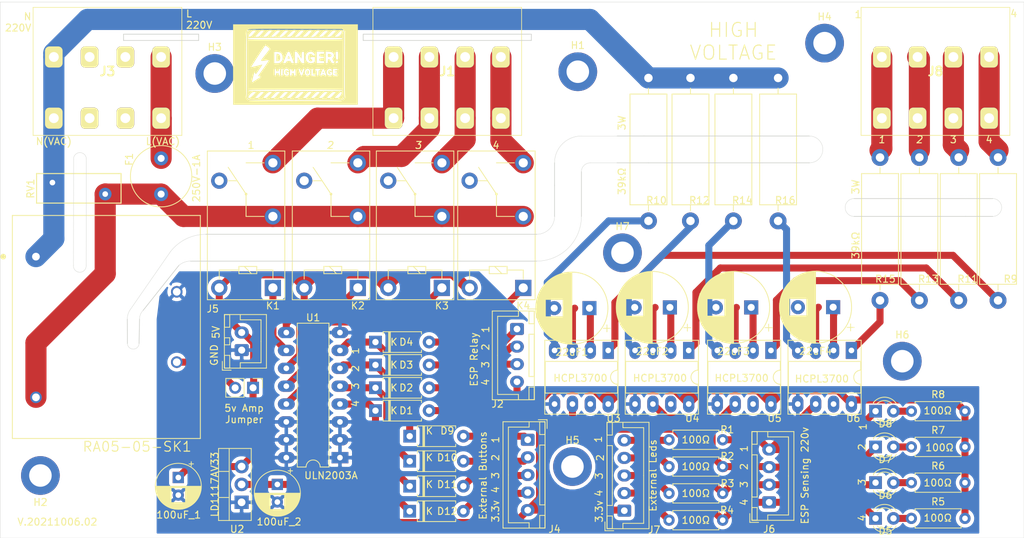
<source format=kicad_pcb>
(kicad_pcb (version 20171130) (host pcbnew "(5.1.6)-1")
  (layers (0 F.Cu signal) (31 B.Cu signal) (34 B.Paste user hide) (35 F.Paste user hide) (36 B.SilkS user) (37 F.SilkS user) (38 B.Mask user) (39 F.Mask user) (44 Edge.Cuts user))
  (net 0 "")
  (net 1 "220VAC(L)")
  (net 2 "220VAC(N)")
  (net 3 5V+)
  (net 4 3.3V+)
  (net 5 Sens4)
  (net 6 Sens3)
  (net 7 Sens2)
  (net 8 Sens1)
  (net 9 REO4)
  (net 10 REO3)
  (net 11 REO2)
  (net 12 REO1)
  (net 13 "Net-(22uF1-Pad2)")
  (net 14 "Net-(22uF1-Pad1)")
  (net 15 "Net-(22uF2-Pad2)")
  (net 16 "Net-(22uF2-Pad1)")
  (net 17 "Net-(22uF3-Pad2)")
  (net 18 "Net-(22uF3-Pad1)")
  (net 19 "Net-(22uF4-Pad2)")
  (net 20 "Net-(22uF4-Pad1)")
  (net 21 "GND(5V)")
  (net 22 REI1)
  (net 23 REI2)
  (net 24 REI3)
  (net 25 REI4)
  (net 26 "Net-(F1-Pad1)")
  (net 27 "Net-(R10-Pad2)")
  (net 28 EspSens1)
  (net 29 EspSens2)
  (net 30 EspSens3)
  (net 31 EspSens4)
  (net 32 EspRel1)
  (net 33 EspRel2)
  (net 34 EspRel3)
  (net 35 EspRel4)
  (net 36 "Net-(J7-Pad5)")
  (net 37 "Net-(J7-Pad4)")
  (net 38 "Net-(J7-Pad3)")
  (net 39 "Net-(J7-Pad2)")
  (net 40 "Net-(R9-Pad2)")
  (net 41 "Net-(D5-Pad2)")
  (net 42 "Net-(D6-Pad2)")
  (net 43 "Net-(D7-Pad2)")
  (net 44 "Net-(D8-Pad2)")
  (net 45 "Net-(R15-Pad2)")
  (net 46 "Net-(R16-Pad2)")
  (net 47 "Net-(R11-Pad1)")
  (net 48 "Net-(R12-Pad1)")
  (net 49 "Net-(R13-Pad2)")
  (net 50 "Net-(R14-Pad2)")
  (net 51 "Net-(D1-Pad2)")
  (net 52 "Net-(D2-Pad2)")
  (net 53 "Net-(D3-Pad2)")
  (net 54 "Net-(D4-Pad2)")
  (net 55 "Net-(D9-Pad2)")
  (net 56 "Net-(D10-Pad2)")
  (net 57 "Net-(D11-Pad2)")
  (net 58 "Net-(D12-Pad2)")
  (net 59 "Net-(H1-Pad1)")
  (net 60 "Net-(H2-Pad1)")
  (net 61 "Net-(H3-Pad1)")
  (net 62 "Net-(H4-Pad1)")
  (net 63 "Net-(H5-Pad1)")
  (net 64 "Net-(H6-Pad1)")
  (net 65 "Net-(J3-Pad3)")
  (net 66 "Net-(J3-Pad4)")
  (net 67 "Net-(J3-Pad5)")
  (net 68 "Net-(J3-Pad6)")
  (net 69 "Net-(K1-Pad4)")
  (net 70 "Net-(K2-Pad4)")
  (net 71 "Net-(K3-Pad4)")
  (net 72 "Net-(K4-Pad4)")
  (net 73 "Net-(U3-Pad7)")
  (net 74 "Net-(U4-Pad7)")
  (net 75 "Net-(U5-Pad7)")
  (net 76 "Net-(U6-Pad7)")
  (net 77 "Net-(H7-Pad1)")
  (net 78 "Net-(J9-Pad2)")
  (module 1017505_updated_pretty:1017505_pretty (layer F.Cu) (at 162.052 27.94 180)
    (fp_text reference J8 (at 7.62 6.65) (layer F.SilkS) (effects (font (size 1.27 1.27) (thickness 0.254))))
    (fp_text value 1017505 hide)
    (pad 1 thru_hole roundrect (at 0 0 270) (size 3 2.5) (drill 1.4) (layers *.Cu *.Mask F.SilkS) (net 5 Sens4))
    (pad 2 thru_hole roundrect (at 0 8.7 270) (size 3 2.5) (drill 1.4) (layers *.Cu *.Mask F.SilkS) (net 5 Sens4))
    (pad 3 thru_hole roundrect (at 5.08 0 270) (size 3 2.5) (drill 1.4) (layers *.Cu *.Mask F.SilkS) (net 6 Sens3))
    (pad 4 thru_hole roundrect (at 5.08 8.7 270) (size 3 2.5) (drill 1.4) (layers *.Cu *.Mask F.SilkS) (net 6 Sens3))
    (pad 5 thru_hole roundrect (at 10.16 0 270) (size 3 2.5) (drill 1.4) (layers *.Cu *.Mask F.SilkS) (net 8 Sens1))
    (pad 6 thru_hole roundrect (at 10.16 8.7 270) (size 3 2.5) (drill 1.4) (layers *.Cu *.Mask F.SilkS) (net 8 Sens1))
    (pad 7 thru_hole roundrect (at 15.24 0 270) (size 3 2.5) (drill 1.4) (layers *.Cu *.Mask F.SilkS) (net 7 Sens2))
    (pad 8 thru_hole roundrect (at 15.24 8.7 270) (size 3 2.5) (drill 1.4) (layers *.Cu *.Mask F.SilkS) (net 7 Sens2))
  )
  (module 1017505_updated_pretty:1017505_pretty (layer F.Cu) (at 44.45 27.94 180)
    (fp_text reference J3 (at 7.62 6.65) (layer F.SilkS) (effects (font (size 1.27 1.27) (thickness 0.254))))
    (fp_text value 1017505 hide)
    (pad 1 thru_hole roundrect (at 0 0 270) (size 3 2.5) (drill 1.4) (layers *.Cu *.Mask F.SilkS) (net 26 "Net-(F1-Pad1)"))
    (pad 2 thru_hole roundrect (at 0 8.7 270) (size 3 2.5) (drill 1.4) (layers *.Cu *.Mask F.SilkS) (net 26 "Net-(F1-Pad1)"))
    (pad 3 thru_hole roundrect (at 5.08 0 270) (size 3 2.5) (drill 1.4) (layers *.Cu *.Mask F.SilkS) (net 65 "Net-(J3-Pad3)"))
    (pad 4 thru_hole roundrect (at 5.08 8.7 270) (size 3 2.5) (drill 1.4) (layers *.Cu *.Mask F.SilkS) (net 66 "Net-(J3-Pad4)"))
    (pad 5 thru_hole roundrect (at 10.16 0 270) (size 3 2.5) (drill 1.4) (layers *.Cu *.Mask F.SilkS) (net 67 "Net-(J3-Pad5)"))
    (pad 6 thru_hole roundrect (at 10.16 8.7 270) (size 3 2.5) (drill 1.4) (layers *.Cu *.Mask F.SilkS) (net 68 "Net-(J3-Pad6)"))
    (pad 7 thru_hole roundrect (at 15.24 0 270) (size 3 2.5) (drill 1.4) (layers *.Cu *.Mask F.SilkS) (net 2 "220VAC(N)"))
    (pad 8 thru_hole roundrect (at 15.24 8.7 270) (size 3 2.5) (drill 1.4) (layers *.Cu *.Mask F.SilkS) (net 2 "220VAC(N)"))
  )
  (module 1017505_updated_pretty:1017505_pretty (layer F.Cu) (at 92.71 27.94 180)
    (fp_text reference J1 (at 7.62 6.65) (layer F.SilkS) (effects (font (size 1.27 1.27) (thickness 0.254))))
    (fp_text value 1017505 hide)
    (pad 1 thru_hole roundrect (at 0 0 270) (size 3 2.5) (drill 1.4) (layers *.Cu *.Mask F.SilkS) (net 9 REO4))
    (pad 2 thru_hole roundrect (at 0 8.7 270) (size 3 2.5) (drill 1.4) (layers *.Cu *.Mask F.SilkS) (net 9 REO4))
    (pad 3 thru_hole roundrect (at 5.08 0 270) (size 3 2.5) (drill 1.4) (layers *.Cu *.Mask F.SilkS) (net 10 REO3))
    (pad 4 thru_hole roundrect (at 5.08 8.7 270) (size 3 2.5) (drill 1.4) (layers *.Cu *.Mask F.SilkS) (net 10 REO3))
    (pad 5 thru_hole roundrect (at 10.16 0 270) (size 3 2.5) (drill 1.4) (layers *.Cu *.Mask F.SilkS) (net 11 REO2))
    (pad 6 thru_hole roundrect (at 10.16 8.7 270) (size 3 2.5) (drill 1.4) (layers *.Cu *.Mask F.SilkS) (net 11 REO2))
    (pad 7 thru_hole roundrect (at 15.24 0 270) (size 3 2.5) (drill 1.4) (layers *.Cu *.Mask F.SilkS) (net 12 REO1))
    (pad 8 thru_hole roundrect (at 15.24 8.7 270) (size 3 2.5) (drill 1.4) (layers *.Cu *.Mask F.SilkS) (net 12 REO1))
  )
  (module Capacitor_THT:CP_Radial_D10.0mm_P5.00mm (layer F.Cu) (at 139.89812 54.81066 180)
    (fp_text reference 22uF4 (at 2.5 -6.25) (layer F.SilkS))
    (fp_text value CP_Small)
    (pad 2 thru_hole circle (at 5 0 180) (size 2 2) (drill 1) (layers *.Cu *.Mask) (net 19 "Net-(22uF4-Pad2)"))
    (pad 1 thru_hole rect (at 0 0 180) (size 2 2) (drill 1) (layers *.Cu *.Mask) (net 20 "Net-(22uF4-Pad1)"))
  )
  (module Capacitor_THT:CP_Radial_D10.0mm_P5.00mm (layer F.Cu) (at 128.2573 54.84368 180)
    (fp_text reference 22uF3 (at 2.5 -6.25) (layer F.SilkS))
    (fp_text value CP_Small)
    (pad 2 thru_hole circle (at 5 0 180) (size 2 2) (drill 1) (layers *.Cu *.Mask) (net 17 "Net-(22uF3-Pad2)"))
    (pad 1 thru_hole rect (at 0 0 180) (size 2 2) (drill 1) (layers *.Cu *.Mask) (net 18 "Net-(22uF3-Pad1)"))
  )
  (module Capacitor_THT:CP_Radial_D10.0mm_P5.00mm (layer F.Cu) (at 116.713 54.84368 180)
    (fp_text reference 22uF2 (at 2.5 -6.25) (layer F.SilkS))
    (fp_text value CP_Small)
    (pad 2 thru_hole circle (at 5 0 180) (size 2 2) (drill 1) (layers *.Cu *.Mask) (net 15 "Net-(22uF2-Pad2)"))
    (pad 1 thru_hole rect (at 0 0 180) (size 2 2) (drill 1) (layers *.Cu *.Mask) (net 16 "Net-(22uF2-Pad1)"))
  )
  (module Capacitor_THT:CP_Radial_D10.0mm_P5.00mm (layer F.Cu) (at 105.28656 54.94528 180)
    (fp_text reference 22uF1 (at 2.5 -6.25) (layer F.SilkS))
    (fp_text value CP_Small)
    (pad 2 thru_hole circle (at 5 0 180) (size 2 2) (drill 1) (layers *.Cu *.Mask) (net 13 "Net-(22uF1-Pad2)"))
    (pad 1 thru_hole rect (at 0 0 180) (size 2 2) (drill 1) (layers *.Cu *.Mask) (net 14 "Net-(22uF1-Pad1)"))
  )
  (module Connector_PinHeader_2.54mm:PinHeader_1x02_P2.54mm_Vertical (layer F.Cu) (at 57.5056 66.27114 270)
    (fp_text reference J9 hide)
    (fp_text value "Current Jumper" hide)
    (pad 2 thru_hole oval (at 0 2.54 270) (size 1.7 1.7) (drill 1) (layers *.Cu *.Mask) (net 78 "Net-(J9-Pad2)"))
    (pad 1 thru_hole rect (at 0 0 270) (size 1.7 1.7) (drill 1) (layers *.Cu *.Mask) (net 3 5V+))
  )
  (module MountingHole:MountingHole_3.2mm_M3_ISO14580_Pad (layer F.Cu) (at 109.97692 47.0789)
    (fp_text reference H7 (at 0 -3.75) (layer F.SilkS))
    (fp_text value MountingHole_Pad)
    (pad 1 thru_hole circle (at 0 0) (size 5.5 5.5) (drill 3.2) (layers *.Cu *.Mask) (net 77 "Net-(H7-Pad1)"))
  )
  (module Capacitor_THT:CP_Radial_D6.3mm_P2.50mm (layer F.Cu) (at 60.96 80.01 270)
    (fp_text reference 100uF_2 (at 5.31368 -0.23876 180) (layer F.SilkS))
    (fp_text value 100uF)
    (pad 2 thru_hole circle (at 2.5 0 270) (size 1.6 1.6) (drill 0.8) (layers *.Cu *.Mask) (net 21 "GND(5V)"))
    (pad 1 thru_hole rect (at 0 0 270) (size 1.6 1.6) (drill 0.8) (layers *.Cu *.Mask) (net 4 3.3V+))
  )
  (module Capacitor_THT:CP_Radial_D6.3mm_P2.50mm (layer F.Cu) (at 46.8884 79.02448 270)
    (fp_text reference 100uF_1 (at 5.31622 -0.05588 180) (layer F.SilkS))
    (fp_text value 100uF)
    (pad 2 thru_hole circle (at 2.5 0 270) (size 1.6 1.6) (drill 0.8) (layers *.Cu *.Mask) (net 21 "GND(5V)"))
    (pad 1 thru_hole rect (at 0 0 270) (size 1.6 1.6) (drill 0.8) (layers *.Cu *.Mask) (net 3 5V+))
  )
  (module icons:danger1_negative (layer F.Cu) (at 63.5 20.32)
    (fp_text reference G*** hide)
    (fp_text value LOGO hide)
  )
  (module Diode_THT:D_A-405_P7.62mm_Horizontal (layer F.Cu) (at 79.756 83.82)
    (fp_text reference D12 (at 5.334 0) (layer F.SilkS))
    (fp_text value D)
    (fp_text user K (at 2.794 0) (layer F.SilkS))
    (pad 2 thru_hole oval (at 7.62 0) (size 1.8 1.8) (drill 0.9) (layers *.Cu *.Mask) (net 58 "Net-(D12-Pad2)"))
    (pad 1 thru_hole rect (at 0 0) (size 1.8 1.8) (drill 0.9) (layers *.Cu *.Mask) (net 32 EspRel1))
  )
  (module Diode_THT:D_A-405_P7.62mm_Horizontal (layer F.Cu) (at 79.756 80.264)
    (fp_text reference D11 (at 5.334 -0.254) (layer F.SilkS))
    (fp_text value D)
    (fp_text user K (at 2.794 -0.254) (layer F.SilkS))
    (pad 2 thru_hole oval (at 7.62 0) (size 1.8 1.8) (drill 0.9) (layers *.Cu *.Mask) (net 57 "Net-(D11-Pad2)"))
    (pad 1 thru_hole rect (at 0 0) (size 1.8 1.8) (drill 0.9) (layers *.Cu *.Mask) (net 33 EspRel2))
  )
  (module Diode_THT:D_A-405_P7.62mm_Horizontal (layer F.Cu) (at 79.756 76.708)
    (fp_text reference D10 (at 5.334 -0.508) (layer F.SilkS))
    (fp_text value D)
    (fp_text user K (at 2.794 -0.508) (layer F.SilkS))
    (pad 2 thru_hole oval (at 7.62 0) (size 1.8 1.8) (drill 0.9) (layers *.Cu *.Mask) (net 56 "Net-(D10-Pad2)"))
    (pad 1 thru_hole rect (at 0 0) (size 1.8 1.8) (drill 0.9) (layers *.Cu *.Mask) (net 34 EspRel3))
  )
  (module Diode_THT:D_A-405_P7.62mm_Horizontal (layer F.Cu) (at 79.756 73.152)
    (fp_text reference D9 (at 5.334 -0.762) (layer F.SilkS))
    (fp_text value D)
    (fp_text user K (at 2.794 -0.762) (layer F.SilkS))
    (pad 2 thru_hole oval (at 7.62 0) (size 1.8 1.8) (drill 0.9) (layers *.Cu *.Mask) (net 55 "Net-(D9-Pad2)"))
    (pad 1 thru_hole rect (at 0 0) (size 1.8 1.8) (drill 0.9) (layers *.Cu *.Mask) (net 35 EspRel4))
  )
  (module Diode_THT:D_A-405_P7.62mm_Horizontal (layer F.Cu) (at 74.894 59.77)
    (fp_text reference D4 (at 4.37 0) (layer F.SilkS))
    (fp_text value D)
    (fp_text user K (at 2.62 0) (layer F.SilkS))
    (pad 2 thru_hole oval (at 7.62 0) (size 1.8 1.8) (drill 0.9) (layers *.Cu *.Mask) (net 54 "Net-(D4-Pad2)"))
    (pad 1 thru_hole rect (at 0 0) (size 1.8 1.8) (drill 0.9) (layers *.Cu *.Mask) (net 35 EspRel4))
  )
  (module Diode_THT:D_A-405_P7.62mm_Horizontal (layer F.Cu) (at 74.894 63.02)
    (fp_text reference D3 (at 4.37 0) (layer F.SilkS))
    (fp_text value D)
    (fp_text user K (at 2.62 0) (layer F.SilkS))
    (pad 2 thru_hole oval (at 7.62 0) (size 1.8 1.8) (drill 0.9) (layers *.Cu *.Mask) (net 53 "Net-(D3-Pad2)"))
    (pad 1 thru_hole rect (at 0 0) (size 1.8 1.8) (drill 0.9) (layers *.Cu *.Mask) (net 34 EspRel3))
  )
  (module Diode_THT:D_A-405_P7.62mm_Horizontal (layer F.Cu) (at 74.894 66.27)
    (fp_text reference D2 (at 4.37 0) (layer F.SilkS))
    (fp_text value D)
    (fp_text user K (at 2.62 0) (layer F.SilkS))
    (pad 2 thru_hole oval (at 7.62 0) (size 1.8 1.8) (drill 0.9) (layers *.Cu *.Mask) (net 52 "Net-(D2-Pad2)"))
    (pad 1 thru_hole rect (at 0 0) (size 1.8 1.8) (drill 0.9) (layers *.Cu *.Mask) (net 33 EspRel2))
  )
  (module Diode_THT:D_A-405_P7.62mm_Horizontal (layer F.Cu) (at 74.894 69.52)
    (fp_text reference D1 (at 4.37 0) (layer F.SilkS))
    (fp_text value D)
    (fp_text user K (at 2.62 0) (layer F.SilkS))
    (pad 2 thru_hole oval (at 7.62 0) (size 1.8 1.8) (drill 0.9) (layers *.Cu *.Mask) (net 51 "Net-(D1-Pad2)"))
    (pad 1 thru_hole rect (at 0 0) (size 1.8 1.8) (drill 0.9) (layers *.Cu *.Mask) (net 32 EspRel1))
  )
  (module Varistor:RV_Disc_D12mm_W4.2mm_P7.5mm (layer F.Cu) (at 29.01 37.09667)
    (fp_text reference RV1 (at -3.09 0.86333 90) (layer F.SilkS))
    (fp_text value Varistor250v)
    (pad 2 thru_hole circle (at 7.5 1.63333) (size 1.8 1.8) (drill 0.8) (layers *.Cu *.Mask) (net 1 "220VAC(L)"))
    (pad 1 thru_hole circle (at 0 0) (size 1.8 1.8) (drill 0.8) (layers *.Cu *.Mask) (net 2 "220VAC(N)"))
  )
  (module MountingHole:MountingHole_3.2mm_M3_ISO14580_Pad (layer F.Cu) (at 52.07 21.59)
    (fp_text reference H3 (at 0 -3.75) (layer F.SilkS))
    (fp_text value MountingHole_Pad)
    (pad 1 thru_hole circle (at 0 0) (size 5.5 5.5) (drill 3.2) (layers *.Cu *.Mask) (net 61 "Net-(H3-Pad1)"))
  )
  (module Relay_THT:Relay_SPDT_Omron-G5Q-1 (layer F.Cu) (at 84.328 52.07 90)
    (fp_text reference K3 (at -2.54 0) (layer F.SilkS))
    (fp_text value G5Q-1)
    (pad 1 thru_hole rect (at 0 0 270) (size 2.3 2.3) (drill 1.3) (layers *.Cu *.Mask) (net 24 REI3))
    (pad 2 thru_hole circle (at 10.16 0 270) (size 2.3 2.3) (drill 1.3) (layers *.Cu *.Mask) (net 1 "220VAC(L)"))
    (pad 3 thru_hole circle (at 17.78 0 270) (size 2.3 2.3) (drill 1.3) (layers *.Cu *.Mask) (net 10 REO3))
    (pad 4 thru_hole circle (at 15.24 -7.62 270) (size 2.3 2.3) (drill 1.3) (layers *.Cu *.Mask) (net 71 "Net-(K3-Pad4)"))
    (pad 5 thru_hole circle (at 0 -7.62 270) (size 2.3 2.3) (drill 1.3) (layers *.Cu *.Mask) (net 3 5V+))
  )
  (module Resistor_THT:R_Axial_DIN0516_L15.5mm_D5.0mm_P20.32mm_Horizontal (layer F.Cu) (at 132.08 22.225 270)
    (fp_text reference R16 (at 17.399 -1.016 180) (layer F.SilkS))
    (fp_text value 39k2w)
    (pad 2 thru_hole oval (at 20.32 0 270) (size 2.4 2.4) (drill 1.2) (layers *.Cu *.Mask) (net 46 "Net-(R16-Pad2)"))
    (pad 1 thru_hole circle (at 0 0 270) (size 2.4 2.4) (drill 1.2) (layers *.Cu *.Mask) (net 2 "220VAC(N)"))
  )
  (module Resistor_THT:R_Axial_DIN0516_L15.5mm_D5.0mm_P20.32mm_Horizontal (layer F.Cu) (at 125.73 22.225 270)
    (fp_text reference R14 (at 17.399 -1.27 180) (layer F.SilkS))
    (fp_text value 39k2w)
    (pad 2 thru_hole oval (at 20.32 0 270) (size 2.4 2.4) (drill 1.2) (layers *.Cu *.Mask) (net 50 "Net-(R14-Pad2)"))
    (pad 1 thru_hole circle (at 0 0 270) (size 2.4 2.4) (drill 1.2) (layers *.Cu *.Mask) (net 2 "220VAC(N)"))
  )
  (module Package_DIP:DIP-16_W7.62mm_LongPads (layer F.Cu) (at 69.85 76.2 180)
    (fp_text reference U1 (at 3.81 19.9) (layer F.SilkS))
    (fp_text value ULN2003A)
    (pad 1 thru_hole rect (at 0 0 180) (size 2.4 1.6) (drill 0.8) (layers *.Cu *.Mask) (net 21 "GND(5V)"))
    (pad 9 thru_hole oval (at 7.62 17.78 180) (size 2.4 1.6) (drill 0.8) (layers *.Cu *.Mask) (net 3 5V+))
    (pad 2 thru_hole oval (at 0 2.54 180) (size 2.4 1.6) (drill 0.8) (layers *.Cu *.Mask) (net 21 "GND(5V)"))
    (pad 10 thru_hole oval (at 7.62 15.24 180) (size 2.4 1.6) (drill 0.8) (layers *.Cu *.Mask) (net 22 REI1))
    (pad 3 thru_hole oval (at 0 5.08 180) (size 2.4 1.6) (drill 0.8) (layers *.Cu *.Mask) (net 21 "GND(5V)"))
    (pad 11 thru_hole oval (at 7.62 12.7 180) (size 2.4 1.6) (drill 0.8) (layers *.Cu *.Mask) (net 23 REI2))
    (pad 4 thru_hole oval (at 0 7.62 180) (size 2.4 1.6) (drill 0.8) (layers *.Cu *.Mask) (net 32 EspRel1))
    (pad 12 thru_hole oval (at 7.62 10.16 180) (size 2.4 1.6) (drill 0.8) (layers *.Cu *.Mask) (net 24 REI3))
    (pad 5 thru_hole oval (at 0 10.16 180) (size 2.4 1.6) (drill 0.8) (layers *.Cu *.Mask) (net 33 EspRel2))
    (pad 13 thru_hole oval (at 7.62 7.62 180) (size 2.4 1.6) (drill 0.8) (layers *.Cu *.Mask) (net 25 REI4))
    (pad 6 thru_hole oval (at 0 12.7 180) (size 2.4 1.6) (drill 0.8) (layers *.Cu *.Mask) (net 34 EspRel3))
    (pad 14 thru_hole oval (at 7.62 5.08 180) (size 2.4 1.6) (drill 0.8) (layers *.Cu *.Mask) (net 21 "GND(5V)"))
    (pad 7 thru_hole oval (at 0 15.24 180) (size 2.4 1.6) (drill 0.8) (layers *.Cu *.Mask) (net 35 EspRel4))
    (pad 15 thru_hole oval (at 7.62 2.54 180) (size 2.4 1.6) (drill 0.8) (layers *.Cu *.Mask) (net 21 "GND(5V)"))
    (pad 8 thru_hole oval (at 0 17.78 180) (size 2.4 1.6) (drill 0.8) (layers *.Cu *.Mask) (net 21 "GND(5V)"))
    (pad 16 thru_hole oval (at 7.62 0 180) (size 2.4 1.6) (drill 0.8) (layers *.Cu *.Mask) (net 21 "GND(5V)"))
  )
  (module Connector_JST:JST_XH_B4B-XH-A_1x04_P2.50mm_Vertical (layer F.Cu) (at 94.996 57.912 270)
    (fp_text reference J2 (at 10.668 2.75 180) (layer F.SilkS))
    (fp_text value Conn-ESP-Relays)
    (pad 4 thru_hole oval (at 7.5 0 270) (size 1.7 1.95) (drill 0.95) (layers *.Cu *.Mask) (net 51 "Net-(D1-Pad2)"))
    (pad 3 thru_hole oval (at 5 0 270) (size 1.7 1.95) (drill 0.95) (layers *.Cu *.Mask) (net 52 "Net-(D2-Pad2)"))
    (pad 2 thru_hole oval (at 2.5 0 270) (size 1.7 1.95) (drill 0.95) (layers *.Cu *.Mask) (net 53 "Net-(D3-Pad2)"))
    (pad 1 thru_hole roundrect (at 0 0 270) (size 1.7 1.95) (drill 0.95) (layers *.Cu *.Mask) (roundrect_rratio 0.147059) (net 54 "Net-(D4-Pad2)"))
  )
  (module Connector_JST:JST_XH_B5B-XH-A_1x05_P2.50mm_Vertical (layer F.Cu) (at 110.236 83.74 90)
    (fp_text reference J7 (at -2.7216 4.24942 180) (layer F.SilkS))
    (fp_text value Conn-LedIndicators)
    (pad 5 thru_hole oval (at 10 0 90) (size 1.7 1.95) (drill 0.95) (layers *.Cu *.Mask) (net 36 "Net-(J7-Pad5)"))
    (pad 4 thru_hole oval (at 7.5 0 90) (size 1.7 1.95) (drill 0.95) (layers *.Cu *.Mask) (net 37 "Net-(J7-Pad4)"))
    (pad 3 thru_hole oval (at 5 0 90) (size 1.7 1.95) (drill 0.95) (layers *.Cu *.Mask) (net 38 "Net-(J7-Pad3)"))
    (pad 2 thru_hole oval (at 2.5 0 90) (size 1.7 1.95) (drill 0.95) (layers *.Cu *.Mask) (net 39 "Net-(J7-Pad2)"))
    (pad 1 thru_hole roundrect (at 0 0 90) (size 1.7 1.95) (drill 0.95) (layers *.Cu *.Mask) (roundrect_rratio 0.147059) (net 4 3.3V+))
  )
  (module Package_DIP:DIP-8_W7.62mm_Socket_LongPads (layer F.Cu) (at 119.38 60.96 270)
    (fp_text reference U4 (at 9.652 -0.508 180) (layer F.SilkS))
    (fp_text value HCPL3700)
    (pad 1 thru_hole rect (at 0 0 270) (size 2.4 1.6) (drill 0.8) (layers *.Cu *.Mask) (net 47 "Net-(R11-Pad1)"))
    (pad 5 thru_hole oval (at 7.62 7.62 270) (size 2.4 1.6) (drill 0.8) (layers *.Cu *.Mask) (net 21 "GND(5V)"))
    (pad 2 thru_hole oval (at 0 2.54 270) (size 2.4 1.6) (drill 0.8) (layers *.Cu *.Mask) (net 16 "Net-(22uF2-Pad1)"))
    (pad 6 thru_hole oval (at 7.62 5.08 270) (size 2.4 1.6) (drill 0.8) (layers *.Cu *.Mask) (net 30 EspSens3))
    (pad 3 thru_hole oval (at 0 5.08 270) (size 2.4 1.6) (drill 0.8) (layers *.Cu *.Mask) (net 15 "Net-(22uF2-Pad2)"))
    (pad 7 thru_hole oval (at 7.62 2.54 270) (size 2.4 1.6) (drill 0.8) (layers *.Cu *.Mask) (net 74 "Net-(U4-Pad7)"))
    (pad 4 thru_hole oval (at 0 7.62 270) (size 2.4 1.6) (drill 0.8) (layers *.Cu *.Mask) (net 48 "Net-(R12-Pad1)"))
    (pad 8 thru_hole oval (at 7.62 0 270) (size 2.4 1.6) (drill 0.8) (layers *.Cu *.Mask) (net 4 3.3V+))
  )
  (module Package_DIP:DIP-8_W7.62mm_Socket_LongPads (layer F.Cu) (at 142.494 60.96 270)
    (fp_text reference U6 (at 9.652 -0.254 180) (layer F.SilkS))
    (fp_text value HCPL3700)
    (pad 1 thru_hole rect (at 0 0 270) (size 2.4 1.6) (drill 0.8) (layers *.Cu *.Mask) (net 45 "Net-(R15-Pad2)"))
    (pad 5 thru_hole oval (at 7.62 7.62 270) (size 2.4 1.6) (drill 0.8) (layers *.Cu *.Mask) (net 21 "GND(5V)"))
    (pad 2 thru_hole oval (at 0 2.54 270) (size 2.4 1.6) (drill 0.8) (layers *.Cu *.Mask) (net 20 "Net-(22uF4-Pad1)"))
    (pad 6 thru_hole oval (at 7.62 5.08 270) (size 2.4 1.6) (drill 0.8) (layers *.Cu *.Mask) (net 28 EspSens1))
    (pad 3 thru_hole oval (at 0 5.08 270) (size 2.4 1.6) (drill 0.8) (layers *.Cu *.Mask) (net 19 "Net-(22uF4-Pad2)"))
    (pad 7 thru_hole oval (at 7.62 2.54 270) (size 2.4 1.6) (drill 0.8) (layers *.Cu *.Mask) (net 76 "Net-(U6-Pad7)"))
    (pad 4 thru_hole oval (at 0 7.62 270) (size 2.4 1.6) (drill 0.8) (layers *.Cu *.Mask) (net 46 "Net-(R16-Pad2)"))
    (pad 8 thru_hole oval (at 7.62 0 270) (size 2.4 1.6) (drill 0.8) (layers *.Cu *.Mask) (net 4 3.3V+))
  )
  (module Package_DIP:DIP-8_W7.62mm_Socket_LongPads (layer F.Cu) (at 131.064 60.96 270)
    (fp_text reference U5 (at 9.652 -0.508 180) (layer F.SilkS))
    (fp_text value HCPL3700)
    (pad 1 thru_hole rect (at 0 0 270) (size 2.4 1.6) (drill 0.8) (layers *.Cu *.Mask) (net 49 "Net-(R13-Pad2)"))
    (pad 5 thru_hole oval (at 7.62 7.62 270) (size 2.4 1.6) (drill 0.8) (layers *.Cu *.Mask) (net 21 "GND(5V)"))
    (pad 2 thru_hole oval (at 0 2.54 270) (size 2.4 1.6) (drill 0.8) (layers *.Cu *.Mask) (net 18 "Net-(22uF3-Pad1)"))
    (pad 6 thru_hole oval (at 7.62 5.08 270) (size 2.4 1.6) (drill 0.8) (layers *.Cu *.Mask) (net 29 EspSens2))
    (pad 3 thru_hole oval (at 0 5.08 270) (size 2.4 1.6) (drill 0.8) (layers *.Cu *.Mask) (net 17 "Net-(22uF3-Pad2)"))
    (pad 7 thru_hole oval (at 7.62 2.54 270) (size 2.4 1.6) (drill 0.8) (layers *.Cu *.Mask) (net 75 "Net-(U5-Pad7)"))
    (pad 4 thru_hole oval (at 0 7.62 270) (size 2.4 1.6) (drill 0.8) (layers *.Cu *.Mask) (net 50 "Net-(R14-Pad2)"))
    (pad 8 thru_hole oval (at 7.62 0 270) (size 2.4 1.6) (drill 0.8) (layers *.Cu *.Mask) (net 4 3.3V+))
  )
  (module Package_DIP:DIP-8_W7.62mm_Socket_LongPads (layer F.Cu) (at 107.95 60.96 270)
    (fp_text reference U3 (at 9.652 -0.762 180) (layer F.SilkS))
    (fp_text value HCPL3700)
    (pad 1 thru_hole rect (at 0 0 270) (size 2.4 1.6) (drill 0.8) (layers *.Cu *.Mask) (net 40 "Net-(R9-Pad2)"))
    (pad 5 thru_hole oval (at 7.62 7.62 270) (size 2.4 1.6) (drill 0.8) (layers *.Cu *.Mask) (net 21 "GND(5V)"))
    (pad 2 thru_hole oval (at 0 2.54 270) (size 2.4 1.6) (drill 0.8) (layers *.Cu *.Mask) (net 14 "Net-(22uF1-Pad1)"))
    (pad 6 thru_hole oval (at 7.62 5.08 270) (size 2.4 1.6) (drill 0.8) (layers *.Cu *.Mask) (net 31 EspSens4))
    (pad 3 thru_hole oval (at 0 5.08 270) (size 2.4 1.6) (drill 0.8) (layers *.Cu *.Mask) (net 13 "Net-(22uF1-Pad2)"))
    (pad 7 thru_hole oval (at 7.62 2.54 270) (size 2.4 1.6) (drill 0.8) (layers *.Cu *.Mask) (net 73 "Net-(U3-Pad7)"))
    (pad 4 thru_hole oval (at 0 7.62 270) (size 2.4 1.6) (drill 0.8) (layers *.Cu *.Mask) (net 27 "Net-(R10-Pad2)"))
    (pad 8 thru_hole oval (at 7.62 0 270) (size 2.4 1.6) (drill 0.8) (layers *.Cu *.Mask) (net 4 3.3V+))
  )
  (module Package_TO_SOT_THT:TO-220-3_Vertical (layer F.Cu) (at 55.88 82.55 90)
    (fp_text reference U2 (at -3.81 -0.635 180) (layer F.SilkS))
    (fp_text value LD1117S33TR_SOT223)
    (pad 3 thru_hole oval (at 5.08 0 90) (size 1.905 2) (drill 1.1) (layers *.Cu *.Mask) (net 3 5V+))
    (pad 2 thru_hole oval (at 2.54 0 90) (size 1.905 2) (drill 1.1) (layers *.Cu *.Mask) (net 4 3.3V+))
    (pad 1 thru_hole rect (at 0 0 90) (size 1.905 2) (drill 1.1) (layers *.Cu *.Mask) (net 21 "GND(5V)"))
  )
  (module Resistor_THT:R_Axial_DIN0207_L6.3mm_D2.5mm_P7.62mm_Horizontal (layer F.Cu) (at 151.003 84.836)
    (fp_text reference R5 (at 3.81 -2.37) (layer F.SilkS))
    (fp_text value 100)
    (pad 2 thru_hole oval (at 7.62 0) (size 1.6 1.6) (drill 0.8) (layers *.Cu *.Mask) (net 4 3.3V+))
    (pad 1 thru_hole circle (at 0 0) (size 1.6 1.6) (drill 0.8) (layers *.Cu *.Mask) (net 41 "Net-(D5-Pad2)"))
  )
  (module Resistor_THT:R_Axial_DIN0207_L6.3mm_D2.5mm_P7.62mm_Horizontal (layer F.Cu) (at 151.003 79.756)
    (fp_text reference R6 (at 3.81 -2.37) (layer F.SilkS))
    (fp_text value 100)
    (pad 2 thru_hole oval (at 7.62 0) (size 1.6 1.6) (drill 0.8) (layers *.Cu *.Mask) (net 4 3.3V+))
    (pad 1 thru_hole circle (at 0 0) (size 1.6 1.6) (drill 0.8) (layers *.Cu *.Mask) (net 42 "Net-(D6-Pad2)"))
  )
  (module Resistor_THT:R_Axial_DIN0207_L6.3mm_D2.5mm_P7.62mm_Horizontal (layer F.Cu) (at 151.003 74.676)
    (fp_text reference R7 (at 3.81 -2.37) (layer F.SilkS))
    (fp_text value 100)
    (pad 2 thru_hole oval (at 7.62 0) (size 1.6 1.6) (drill 0.8) (layers *.Cu *.Mask) (net 4 3.3V+))
    (pad 1 thru_hole circle (at 0 0) (size 1.6 1.6) (drill 0.8) (layers *.Cu *.Mask) (net 43 "Net-(D7-Pad2)"))
  )
  (module Resistor_THT:R_Axial_DIN0207_L6.3mm_D2.5mm_P7.62mm_Horizontal (layer F.Cu) (at 124.206 85.09 180)
    (fp_text reference R4 (at -0.61468 1.42494) (layer F.SilkS))
    (fp_text value 100)
    (pad 2 thru_hole oval (at 7.62 0 180) (size 1.6 1.6) (drill 0.8) (layers *.Cu *.Mask) (net 39 "Net-(J7-Pad2)"))
    (pad 1 thru_hole circle (at 0 0 180) (size 1.6 1.6) (drill 0.8) (layers *.Cu *.Mask) (net 31 EspSens4))
  )
  (module Resistor_THT:R_Axial_DIN0207_L6.3mm_D2.5mm_P7.62mm_Horizontal (layer F.Cu) (at 124.206 81.28 180)
    (fp_text reference R3 (at -0.68326 1.41224) (layer F.SilkS))
    (fp_text value 100)
    (pad 2 thru_hole oval (at 7.62 0 180) (size 1.6 1.6) (drill 0.8) (layers *.Cu *.Mask) (net 38 "Net-(J7-Pad3)"))
    (pad 1 thru_hole circle (at 0 0 180) (size 1.6 1.6) (drill 0.8) (layers *.Cu *.Mask) (net 30 EspSens3))
  )
  (module Resistor_THT:R_Axial_DIN0207_L6.3mm_D2.5mm_P7.62mm_Horizontal (layer F.Cu) (at 124.206 77.47 180)
    (fp_text reference R2 (at -0.66548 1.46812) (layer F.SilkS))
    (fp_text value 100)
    (pad 2 thru_hole oval (at 7.62 0 180) (size 1.6 1.6) (drill 0.8) (layers *.Cu *.Mask) (net 37 "Net-(J7-Pad4)"))
    (pad 1 thru_hole circle (at 0 0 180) (size 1.6 1.6) (drill 0.8) (layers *.Cu *.Mask) (net 29 EspSens2))
  )
  (module Resistor_THT:R_Axial_DIN0207_L6.3mm_D2.5mm_P7.62mm_Horizontal (layer F.Cu) (at 124.206 73.66 180)
    (fp_text reference R1 (at -0.6477 1.43764) (layer F.SilkS))
    (fp_text value 100)
    (pad 2 thru_hole oval (at 7.62 0 180) (size 1.6 1.6) (drill 0.8) (layers *.Cu *.Mask) (net 36 "Net-(J7-Pad5)"))
    (pad 1 thru_hole circle (at 0 0 180) (size 1.6 1.6) (drill 0.8) (layers *.Cu *.Mask) (net 28 EspSens1))
  )
  (module Resistor_THT:R_Axial_DIN0207_L6.3mm_D2.5mm_P7.62mm_Horizontal (layer F.Cu) (at 151.003 69.596)
    (fp_text reference R8 (at 3.81 -2.37) (layer F.SilkS))
    (fp_text value 100)
    (pad 2 thru_hole oval (at 7.62 0) (size 1.6 1.6) (drill 0.8) (layers *.Cu *.Mask) (net 4 3.3V+))
    (pad 1 thru_hole circle (at 0 0) (size 1.6 1.6) (drill 0.8) (layers *.Cu *.Mask) (net 44 "Net-(D8-Pad2)"))
  )
  (module Connector_JST:JST_XH_B5B-XH-A_1x05_P2.50mm_Vertical (layer F.Cu) (at 96.52 73.66 270)
    (fp_text reference J4 (at 12.7 -3.81 180) (layer F.SilkS))
    (fp_text value Conn-Buttons)
    (pad 5 thru_hole oval (at 10 0 270) (size 1.7 1.95) (drill 0.95) (layers *.Cu *.Mask) (net 4 3.3V+))
    (pad 4 thru_hole oval (at 7.5 0 270) (size 1.7 1.95) (drill 0.95) (layers *.Cu *.Mask) (net 58 "Net-(D12-Pad2)"))
    (pad 3 thru_hole oval (at 5 0 270) (size 1.7 1.95) (drill 0.95) (layers *.Cu *.Mask) (net 57 "Net-(D11-Pad2)"))
    (pad 2 thru_hole oval (at 2.5 0 270) (size 1.7 1.95) (drill 0.95) (layers *.Cu *.Mask) (net 56 "Net-(D10-Pad2)"))
    (pad 1 thru_hole roundrect (at 0 0 270) (size 1.7 1.95) (drill 0.95) (layers *.Cu *.Mask) (roundrect_rratio 0.147059) (net 55 "Net-(D9-Pad2)"))
  )
  (module LED_THT:LED_D3.0mm (layer F.Cu) (at 145.923 84.836)
    (fp_text reference D5 (at 1.397 1.778) (layer F.SilkS))
    (fp_text value LED)
    (pad 2 thru_hole circle (at 2.54 0) (size 1.8 1.8) (drill 0.9) (layers *.Cu *.Mask) (net 41 "Net-(D5-Pad2)"))
    (pad 1 thru_hole rect (at 0 0) (size 1.8 1.8) (drill 0.9) (layers *.Cu *.Mask) (net 31 EspSens4))
  )
  (module LED_THT:LED_D3.0mm (layer F.Cu) (at 145.923 79.756)
    (fp_text reference D6 (at 1.397 1.778) (layer F.SilkS))
    (fp_text value LED)
    (pad 2 thru_hole circle (at 2.54 0) (size 1.8 1.8) (drill 0.9) (layers *.Cu *.Mask) (net 42 "Net-(D6-Pad2)"))
    (pad 1 thru_hole rect (at 0 0) (size 1.8 1.8) (drill 0.9) (layers *.Cu *.Mask) (net 30 EspSens3))
  )
  (module LED_THT:LED_D3.0mm (layer F.Cu) (at 145.923 74.676)
    (fp_text reference D7 (at 1.397 1.778) (layer F.SilkS))
    (fp_text value LED)
    (pad 2 thru_hole circle (at 2.54 0) (size 1.8 1.8) (drill 0.9) (layers *.Cu *.Mask) (net 43 "Net-(D7-Pad2)"))
    (pad 1 thru_hole rect (at 0 0) (size 1.8 1.8) (drill 0.9) (layers *.Cu *.Mask) (net 29 EspSens2))
  )
  (module LED_THT:LED_D3.0mm (layer F.Cu) (at 145.923 69.596)
    (fp_text reference D8 (at 1.397 1.778) (layer F.SilkS))
    (fp_text value LED)
    (pad 2 thru_hole circle (at 2.54 0) (size 1.8 1.8) (drill 0.9) (layers *.Cu *.Mask) (net 44 "Net-(D8-Pad2)"))
    (pad 1 thru_hole rect (at 0 0) (size 1.8 1.8) (drill 0.9) (layers *.Cu *.Mask) (net 28 EspSens1))
  )
  (module Connector_JST:JST_XH_B4B-XH-A_1x04_P2.50mm_Vertical (layer F.Cu) (at 130.81 82.55 90)
    (fp_text reference J6 (at -3.81 0 180) (layer F.SilkS))
    (fp_text value Conn-Esp-Sensors)
    (pad 4 thru_hole oval (at 7.5 0 90) (size 1.7 1.95) (drill 0.95) (layers *.Cu *.Mask) (net 28 EspSens1))
    (pad 3 thru_hole oval (at 5 0 90) (size 1.7 1.95) (drill 0.95) (layers *.Cu *.Mask) (net 29 EspSens2))
    (pad 2 thru_hole oval (at 2.5 0 90) (size 1.7 1.95) (drill 0.95) (layers *.Cu *.Mask) (net 30 EspSens3))
    (pad 1 thru_hole roundrect (at 0 0 90) (size 1.7 1.95) (drill 0.95) (layers *.Cu *.Mask) (roundrect_rratio 0.147059) (net 31 EspSens4))
  )
  (module Connector_JST:JST_XH_B2B-XH-A_1x02_P2.50mm_Vertical (layer F.Cu) (at 55.8927 60.91238 90)
    (fp_text reference J5 (at 5.86296 -4.10718 180) (layer F.SilkS))
    (fp_text value Conn_01x02)
    (pad 2 thru_hole oval (at 2.5 0 90) (size 1.7 2) (drill 1) (layers *.Cu *.Mask) (net 3 5V+))
    (pad 1 thru_hole roundrect (at 0 0 90) (size 1.7 2) (drill 1) (layers *.Cu *.Mask) (roundrect_rratio 0.147059) (net 21 "GND(5V)"))
  )
  (module Resistor_THT:R_Axial_DIN0516_L15.5mm_D5.0mm_P20.32mm_Horizontal (layer F.Cu) (at 163.322 33.528 270)
    (fp_text reference R9 (at 17.272 -1.778 180) (layer F.SilkS))
    (fp_text value 39k2w)
    (pad 2 thru_hole oval (at 20.32 0 270) (size 2.4 2.4) (drill 1.2) (layers *.Cu *.Mask) (net 40 "Net-(R9-Pad2)"))
    (pad 1 thru_hole circle (at 0 0 270) (size 2.4 2.4) (drill 1.2) (layers *.Cu *.Mask) (net 5 Sens4))
  )
  (module Resistor_THT:R_Axial_DIN0516_L15.5mm_D5.0mm_P20.32mm_Horizontal (layer F.Cu) (at 113.665 22.225 270)
    (fp_text reference R10 (at 17.399 -1.143 180) (layer F.SilkS))
    (fp_text value 39k2w)
    (pad 2 thru_hole oval (at 20.32 0 270) (size 2.4 2.4) (drill 1.2) (layers *.Cu *.Mask) (net 27 "Net-(R10-Pad2)"))
    (pad 1 thru_hole circle (at 0 0 270) (size 2.4 2.4) (drill 1.2) (layers *.Cu *.Mask) (net 2 "220VAC(N)"))
  )
  (module Resistor_THT:R_Axial_DIN0516_L15.5mm_D5.0mm_P20.32mm_Horizontal (layer F.Cu) (at 157.734 53.848 90)
    (fp_text reference R11 (at 3.048 1.27 180) (layer F.SilkS))
    (fp_text value 39k2w)
    (pad 2 thru_hole oval (at 20.32 0 90) (size 2.4 2.4) (drill 1.2) (layers *.Cu *.Mask) (net 6 Sens3))
    (pad 1 thru_hole circle (at 0 0 90) (size 2.4 2.4) (drill 1.2) (layers *.Cu *.Mask) (net 47 "Net-(R11-Pad1)"))
  )
  (module Resistor_THT:R_Axial_DIN0516_L15.5mm_D5.0mm_P20.32mm_Horizontal (layer F.Cu) (at 119.634 42.545 90)
    (fp_text reference R12 (at 2.921 1.27 180) (layer F.SilkS))
    (fp_text value 39k2w)
    (pad 2 thru_hole oval (at 20.32 0 90) (size 2.4 2.4) (drill 1.2) (layers *.Cu *.Mask) (net 2 "220VAC(N)"))
    (pad 1 thru_hole circle (at 0 0 90) (size 2.4 2.4) (drill 1.2) (layers *.Cu *.Mask) (net 48 "Net-(R12-Pad1)"))
  )
  (module Resistor_THT:R_Axial_DIN0516_L15.5mm_D5.0mm_P20.32mm_Horizontal (layer F.Cu) (at 146.558 33.528 270)
    (fp_text reference R15 (at 17.272 -0.762 180) (layer F.SilkS))
    (fp_text value 39k2w)
    (pad 2 thru_hole oval (at 20.32 0 270) (size 2.4 2.4) (drill 1.2) (layers *.Cu *.Mask) (net 45 "Net-(R15-Pad2)"))
    (pad 1 thru_hole circle (at 0 0 270) (size 2.4 2.4) (drill 1.2) (layers *.Cu *.Mask) (net 7 Sens2))
  )
  (module Resistor_THT:R_Axial_DIN0516_L15.5mm_D5.0mm_P20.32mm_Horizontal (layer F.Cu) (at 152.146 33.528 270)
    (fp_text reference R13 (at 17.272 -1.27 180) (layer F.SilkS))
    (fp_text value 39k2w)
    (pad 2 thru_hole oval (at 20.32 0 270) (size 2.4 2.4) (drill 1.2) (layers *.Cu *.Mask) (net 49 "Net-(R13-Pad2)"))
    (pad 1 thru_hole circle (at 0 0 270) (size 2.4 2.4) (drill 1.2) (layers *.Cu *.Mask) (net 8 Sens1))
  )
  (module rac05-05sk:277 (layer F.Cu) (at 36.67 57.625)
    (fp_text reference RA05-05-SK1 (at 4.37 17.018) (layer F.SilkS) (effects (font (size 1.4 1.4))))
    (fp_text value RAC05-05SK_277)
    (pad 1 thru_hole rect (at -10 -10) (size 1.65 1.65) (drill 1.1) (layers *.Cu *.Mask) (net 2 "220VAC(N)"))
    (pad 5 thru_hole circle (at -10 10) (size 1.65 1.65) (drill 1.1) (layers *.Cu *.Mask) (net 1 "220VAC(L)"))
    (pad 7 thru_hole circle (at 10 5) (size 1.65 1.65) (drill 1.1) (layers *.Cu *.Mask) (net 78 "Net-(J9-Pad2)"))
    (pad 9 thru_hole circle (at 10 -5) (size 1.65 1.65) (drill 1.1) (layers *.Cu *.Mask) (net 21 "GND(5V)"))
  )
  (module MountingHole:MountingHole_3.2mm_M3_ISO14580_Pad (layer F.Cu) (at 149.7203 62.48908)
    (fp_text reference H6 (at 0 -3.75) (layer F.SilkS))
    (fp_text value MountingHole_Pad)
    (pad 1 thru_hole circle (at 0 0) (size 5.5 5.5) (drill 3.2) (layers *.Cu *.Mask) (net 64 "Net-(H6-Pad1)"))
  )
  (module MountingHole:MountingHole_3.2mm_M3_ISO14580_Pad (layer F.Cu) (at 27.305 78.74)
    (fp_text reference H2 (at 0 3.81) (layer F.SilkS))
    (fp_text value MountingHole_Pad)
    (pad 1 thru_hole circle (at 0 0) (size 5.5 5.5) (drill 3.2) (layers *.Cu *.Mask) (net 60 "Net-(H2-Pad1)"))
  )
  (module MountingHole:MountingHole_3.2mm_M3_ISO14580_Pad (layer F.Cu) (at 102.87 77.47)
    (fp_text reference H5 (at 0 -3.75) (layer F.SilkS))
    (fp_text value MountingHole_Pad)
    (pad 1 thru_hole circle (at 0 0) (size 5.5 5.5) (drill 3.2) (layers *.Cu *.Mask) (net 63 "Net-(H5-Pad1)"))
  )
  (module MountingHole:MountingHole_3.2mm_M3_ISO14580_Pad (layer F.Cu) (at 103.632 21.336)
    (fp_text reference H1 (at 0 -3.75) (layer F.SilkS))
    (fp_text value MountingHole_Pad)
    (pad 1 thru_hole circle (at 0 0) (size 5.5 5.5) (drill 3.2) (layers *.Cu *.Mask) (net 59 "Net-(H1-Pad1)"))
  )
  (module MountingHole:MountingHole_3.2mm_M3_ISO14580_Pad (layer F.Cu) (at 138.684 17.272)
    (fp_text reference H4 (at 0 -3.75) (layer F.SilkS))
    (fp_text value MountingHole_Pad)
    (pad 1 thru_hole circle (at 0 0) (size 5.5 5.5) (drill 3.2) (layers *.Cu *.Mask) (net 62 "Net-(H4-Pad1)"))
  )
  (module Fuse:Fuse_Littelfuse_372_D8.50mm (layer F.Cu) (at 44.45 33.655 270)
    (fp_text reference F1 (at 0.145 4.52 90) (layer F.SilkS))
    (fp_text value Fuse)
    (pad 2 thru_hole circle (at 5.08 0 270) (size 2 2) (drill 1) (layers *.Cu *.Mask) (net 1 "220VAC(L)"))
    (pad 1 thru_hole circle (at 0 0 270) (size 2 2) (drill 1) (layers *.Cu *.Mask) (net 26 "Net-(F1-Pad1)"))
  )
  (module Relay_THT:Relay_SPDT_Omron-G5Q-1 (layer F.Cu) (at 60.325 52.07 90)
    (fp_text reference K1 (at -2.54 0) (layer F.SilkS))
    (fp_text value G5Q-1)
    (pad 1 thru_hole rect (at 0 0 270) (size 2.3 2.3) (drill 1.3) (layers *.Cu *.Mask) (net 22 REI1))
    (pad 2 thru_hole circle (at 10.16 0 270) (size 2.3 2.3) (drill 1.3) (layers *.Cu *.Mask) (net 1 "220VAC(L)"))
    (pad 3 thru_hole circle (at 17.78 0 270) (size 2.3 2.3) (drill 1.3) (layers *.Cu *.Mask) (net 12 REO1))
    (pad 4 thru_hole circle (at 15.24 -7.62 270) (size 2.3 2.3) (drill 1.3) (layers *.Cu *.Mask) (net 69 "Net-(K1-Pad4)"))
    (pad 5 thru_hole circle (at 0 -7.62 270) (size 2.3 2.3) (drill 1.3) (layers *.Cu *.Mask) (net 3 5V+))
  )
  (module Relay_THT:Relay_SPDT_Omron-G5Q-1 (layer F.Cu) (at 72.39 52.07 90)
    (fp_text reference K2 (at -2.54 0) (layer F.SilkS))
    (fp_text value G5Q-1)
    (pad 1 thru_hole rect (at 0 0 270) (size 2.3 2.3) (drill 1.3) (layers *.Cu *.Mask) (net 23 REI2))
    (pad 2 thru_hole circle (at 10.16 0 270) (size 2.3 2.3) (drill 1.3) (layers *.Cu *.Mask) (net 1 "220VAC(L)"))
    (pad 3 thru_hole circle (at 17.78 0 270) (size 2.3 2.3) (drill 1.3) (layers *.Cu *.Mask) (net 11 REO2))
    (pad 4 thru_hole circle (at 15.24 -7.62 270) (size 2.3 2.3) (drill 1.3) (layers *.Cu *.Mask) (net 70 "Net-(K2-Pad4)"))
    (pad 5 thru_hole circle (at 0 -7.62 270) (size 2.3 2.3) (drill 1.3) (layers *.Cu *.Mask) (net 3 5V+))
  )
  (module Relay_THT:Relay_SPDT_Omron-G5Q-1 (layer F.Cu) (at 95.885 52.07 90)
    (fp_text reference K4 (at -2.54 0) (layer F.SilkS))
    (fp_text value G5Q-1)
    (pad 1 thru_hole rect (at 0 0 270) (size 2.3 2.3) (drill 1.3) (layers *.Cu *.Mask) (net 25 REI4))
    (pad 2 thru_hole circle (at 10.16 0 270) (size 2.3 2.3) (drill 1.3) (layers *.Cu *.Mask) (net 1 "220VAC(L)"))
    (pad 3 thru_hole circle (at 17.78 0 270) (size 2.3 2.3) (drill 1.3) (layers *.Cu *.Mask) (net 9 REO4))
    (pad 4 thru_hole circle (at 15.24 -7.62 270) (size 2.3 2.3) (drill 1.3) (layers *.Cu *.Mask) (net 72 "Net-(K4-Pad4)"))
    (pad 5 thru_hole circle (at 0 -7.62 270) (size 2.3 2.3) (drill 1.3) (layers *.Cu *.Mask) (net 3 5V+))
  )
  (gr_text "5v Amp\nJumper" (at 56.23306 69.97446) (layer F.SilkS) (effects (font (size 1 1))))
  (gr_text 4 (at 165.55466 13.07084) (layer F.SilkS) (effects (font (size 1 1))))
  (gr_text 1 (at 143.44142 13.20038) (layer F.SilkS) (effects (font (size 1 1))))
  (gr_arc (start 40.49 59.94) (end 39.660001 59.959999) (angle -177.7029917) (layer Edge.Cuts) (width 0.05))
  (gr_line (start 41.383949 56.514999) (end 41.320134 59.953283) (layer Edge.Cuts) (width 0.1))
  (gr_text "ESP Relay" (at 88.9 62.23 90) (layer F.SilkS) (effects (font (size 1 1))))
  (gr_text 1 (at 91.948 73.66 90) (layer F.SilkS) (effects (font (size 1 1))))
  (gr_text 4 (at 91.948 80.772 90) (layer F.SilkS) (effects (font (size 1 1))))
  (gr_text 3 (at 91.948 78.74 90) (layer F.SilkS) (effects (font (size 1 1))))
  (gr_text 3.3v (at 91.948 83.82 90) (layer F.SilkS) (effects (font (size 1 1))))
  (gr_text 2 (at 91.948 76.2 90) (layer F.SilkS) (effects (font (size 1 1))))
  (gr_text 250V-1A (at 49.47 36.5 90) (layer F.SilkS) (effects (font (size 1 1))))
  (gr_text LD1117AV33 (at 52.07 80.01 90) (layer F.SilkS) (effects (font (size 1 1))))
  (gr_text ULN2003A (at 68.58 78.74) (layer F.SilkS) (effects (font (size 1 1))))
  (gr_text "39kΩ       3W" (at 143.1 42.3 90) (layer F.SilkS) (effects (font (size 1 1))))
  (gr_text "39kΩ       3W" (at 109.9 33.2 90) (layer F.SilkS) (effects (font (size 1 1))))
  (gr_text HCPL3700 (at 138.3 65) (layer F.SilkS) (effects (font (size 1 1))))
  (gr_text HCPL3700 (at 126.9 64.9) (layer F.SilkS) (effects (font (size 1 1))))
  (gr_text HCPL3700 (at 115.3 64.9) (layer F.SilkS) (effects (font (size 1 1))))
  (gr_text HCPL3700 (at 104 64.9) (layer F.SilkS) (effects (font (size 1 1))))
  (gr_text "L\n220V" (at 47.9 13.9) (layer F.SilkS) (effects (font (size 1 1)) (justify left)))
  (gr_text "N\n220V" (at 26.1 14.3) (layer F.SilkS) (effects (font (size 1 1)) (justify right)))
  (gr_text 4 (at 127.254 82.55 90) (layer F.SilkS) (effects (font (size 1 1))))
  (gr_text 1 (at 127.254 74.93 90) (layer F.SilkS) (effects (font (size 1 1))))
  (gr_text 2 (at 127.254 77.47 90) (layer F.SilkS) (effects (font (size 1 1))))
  (gr_text 3 (at 127.254 80.01 90) (layer F.SilkS) (effects (font (size 1 1))))
  (gr_text "ESP Sensing 220v" (at 135.89 78.74 90) (layer F.SilkS) (effects (font (size 1 1))))
  (gr_line (start 105.41 34.29) (end 109.22 34.29) (layer Edge.Cuts) (width 0.05))
  (gr_line (start 109.22 30.48) (end 104.14 30.48) (layer Edge.Cuts) (width 0.05))
  (gr_arc (start 105.41 35.56) (end 105.41 34.29) (angle -90) (layer Edge.Cuts) (width 0.05))
  (gr_arc (start 104.14 34.29) (end 104.14 30.48) (angle -90) (layer Edge.Cuts) (width 0.05))
  (gr_arc (start 32.9 48.945) (end 32 48.895) (angle -186.3596602) (layer Edge.Cuts) (width 0.05))
  (gr_arc (start 32.92 33.735) (end 33.82 33.785) (angle -186.3596602) (layer Edge.Cuts) (width 0.05))
  (gr_line (start 33.8 48.895) (end 33.82 33.785) (layer Edge.Cuts) (width 0.05))
  (gr_line (start 32.02 33.785) (end 32 48.895) (layer Edge.Cuts) (width 0.05))
  (gr_text 100Ω (at 154.76 84.78) (layer F.SilkS) (effects (font (size 1 1))))
  (gr_text 100Ω (at 154.76 79.78) (layer F.SilkS) (effects (font (size 1 1))))
  (gr_text 100Ω (at 155.01 74.78) (layer F.SilkS) (effects (font (size 1 1))))
  (gr_text 100Ω (at 154.76 69.53) (layer F.SilkS) (effects (font (size 1 1))))
  (gr_text GND (at 51.99126 61.61024 90) (layer F.SilkS) (effects (font (size 1 1))))
  (gr_text 5V (at 52.24526 58.37428 90) (layer F.SilkS) (effects (font (size 1 1))))
  (gr_text 4 (at 91.974 31.794) (layer F.SilkS) (effects (font (size 1 1) (thickness 0.15) italic)))
  (gr_text 3 (at 80.974 31.794) (layer F.SilkS) (effects (font (size 1 1) (thickness 0.15) italic)))
  (gr_text 2 (at 68.474 31.794) (layer F.SilkS) (effects (font (size 1 1) (thickness 0.15) italic)))
  (gr_text 1 (at 57.224 31.794) (layer F.SilkS) (effects (font (size 1 1))))
  (gr_text 1 (at 72.044 61.026 90) (layer F.SilkS) (effects (font (size 1 1))))
  (gr_text 2 (at 72.044 63.526 90) (layer F.SilkS) (effects (font (size 1 1))))
  (gr_text 3 (at 72.044 66.026 90) (layer F.SilkS) (effects (font (size 1 1))))
  (gr_text 4 (at 72.044 68.526 90) (layer F.SilkS) (effects (font (size 1 1))))
  (gr_text 1 (at 90.536 57.978 90) (layer F.SilkS) (effects (font (size 1 1))))
  (gr_text 2 (at 90.536 60.478 90) (layer F.SilkS) (effects (font (size 1 1))))
  (gr_text 3 (at 90.536 62.978 90) (layer F.SilkS) (effects (font (size 1 1))))
  (gr_text 4 (at 90.536 65.478 90) (layer F.SilkS) (effects (font (size 1 1))))
  (gr_text "External Buttons" (at 90.17 78.74 90) (layer F.SilkS) (effects (font (size 1 1))))
  (gr_text "External Leds" (at 114.3 78.74 90) (layer F.SilkS) (effects (font (size 1 1))))
  (gr_text 4 (at 162.052 30.988) (layer F.SilkS) (effects (font (size 1 1))))
  (gr_text 3 (at 156.972 30.988) (layer F.SilkS) (effects (font (size 1 1))))
  (gr_text 2 (at 152.146 30.988) (layer F.SilkS) (effects (font (size 1 1) (thickness 0.15) italic)))
  (gr_text 1 (at 146.812 30.988) (layer F.SilkS) (effects (font (size 1 1) (thickness 0.15) italic)))
  (gr_text 1 (at 144.145 71.80834 90) (layer F.SilkS) (effects (font (size 1 1))))
  (gr_text 2 (at 144.018 74.676 90) (layer F.SilkS) (effects (font (size 1 1))))
  (gr_text 3 (at 144.018 79.756 90) (layer F.SilkS) (effects (font (size 1 1) (thickness 0.15) italic)))
  (gr_text 4 (at 144.018 84.836 90) (layer F.SilkS) (effects (font (size 1 1) (thickness 0.15) italic)))
  (gr_text 1 (at 106.54538 73.5965 90) (layer F.SilkS) (effects (font (size 1 1))))
  (gr_text 2 (at 106.82224 76.21778 90) (layer F.SilkS) (effects (font (size 1 1))))
  (gr_text 3 (at 106.66476 78.79842 90) (layer F.SilkS) (effects (font (size 1 1))))
  (gr_text 4 (at 106.62412 81.25968 90) (layer F.SilkS) (effects (font (size 1 1))))
  (gr_text 100Ω (at 120.396 85.09) (layer F.SilkS) (effects (font (size 1 1))))
  (gr_text 100Ω (at 120.396 81.28) (layer F.SilkS) (effects (font (size 1 1))))
  (gr_text 100Ω (at 120.396 73.66) (layer F.SilkS) (effects (font (size 1 1))))
  (gr_text 100Ω (at 120.396 77.47) (layer F.SilkS) (effects (font (size 1 1))))
  (gr_text 3.3v (at 106.66476 83.84032 90) (layer F.SilkS) (effects (font (size 1 1))))
  (gr_text "L(VAC)" (at 44.704 31.242) (layer F.SilkS) (effects (font (size 1 1))))
  (gr_text "N(VAC)" (at 29.21 31.242) (layer F.SilkS) (effects (font (size 1 1))))
  (gr_text "HIGH\nVOLTAGE" (at 125.73 17.018) (layer F.SilkS) (effects (font (size 2 2))))
  (gr_text V.20211006.02 (at 29.718 85.344) (layer F.SilkS) (effects (font (size 1 1))))
  (gr_arc (start 48.626845 50.8) (end 48.626845 48.26) (angle -40.67036556) (layer Edge.Cuts) (width 0.05))
  (gr_arc (start 42.064075 56.515) (end 40.005 55.245) (angle -31.66553038) (layer Edge.Cuts) (width 0.05))
  (gr_arc (start 43.18 56.514999) (end 41.91 55.245) (angle -44.99997744) (layer Edge.Cuts) (width 0.05))
  (gr_line (start 45.783618 46.906619) (end 40.005 55.245) (layer Edge.Cuts) (width 0.05))
  (gr_arc (start 50.8 50.8) (end 50.8 44.45) (angle -52.18377284) (layer Edge.Cuts) (width 0.05))
  (gr_arc (start 142.875 40.64) (end 142.875 39.37) (angle -180) (layer Edge.Cuts) (width 0.05))
  (gr_arc (start 136.525 32.385) (end 136.525 34.29) (angle -180) (layer Edge.Cuts) (width 0.05))
  (gr_line (start 49.784 16.002) (end 49.784 16.891) (layer Edge.Cuts) (width 0.1))
  (gr_line (start 39.116 16.002) (end 49.784 16.002) (layer Edge.Cuts) (width 0.1))
  (gr_line (start 39.116 16.891) (end 39.116 16.002) (layer Edge.Cuts) (width 0.1))
  (gr_line (start 49.784 16.891) (end 39.116 16.891) (layer Edge.Cuts) (width 0.1))
  (gr_line (start 97.028 16.002) (end 97.028 16.891) (layer Edge.Cuts) (width 0.1))
  (gr_line (start 73.152 16.002) (end 97.028 16.002) (layer Edge.Cuts) (width 0.1))
  (gr_line (start 73.152 16.891) (end 73.152 16.002) (layer Edge.Cuts) (width 0.1))
  (gr_line (start 97.028 16.891) (end 73.152 16.891) (layer Edge.Cuts) (width 0.1))
  (gr_arc (start 162.56 40.64) (end 162.56 41.91) (angle -180) (layer Edge.Cuts) (width 0.05))
  (gr_arc (start 97.79 41.91) (end 97.79 48.26) (angle -90) (layer Edge.Cuts) (width 0.05))
  (gr_arc (start 97.79 41.91) (end 97.79 44.45) (angle -90) (layer Edge.Cuts) (width 0.05))
  (gr_line (start 100.33 37.465) (end 100.33 34.29) (layer Edge.Cuts) (width 0.1))
  (gr_line (start 100.33 37.465) (end 100.33 41.91) (layer Edge.Cuts) (width 0.1))
  (gr_line (start 104.14 35.56) (end 104.14 41.91) (layer Edge.Cuts) (width 0.1))
  (gr_line (start 109.22 30.48) (end 113.03 30.48) (layer Edge.Cuts) (width 0.1))
  (gr_line (start 113.665 34.29) (end 109.22 34.29) (layer Edge.Cuts) (width 0.1))
  (gr_line (start 158.75 39.37) (end 162.56 39.37) (layer Edge.Cuts) (width 0.1))
  (gr_line (start 162.56 41.91) (end 158.75 41.91) (layer Edge.Cuts) (width 0.1))
  (gr_line (start 113.03 30.48) (end 136.525 30.48) (layer Edge.Cuts) (width 0.1))
  (gr_line (start 136.525 34.29) (end 113.665 34.29) (layer Edge.Cuts) (width 0.1))
  (gr_line (start 158.75 41.91) (end 142.875 41.91) (layer Edge.Cuts) (width 0.1))
  (gr_line (start 142.875 39.37) (end 158.75 39.37) (layer Edge.Cuts) (width 0.1))
  (gr_line (start 50.8 44.45) (end 97.79 44.45) (layer Edge.Cuts) (width 0.1))
  (gr_line (start 39.660001 59.959999) (end 39.644842 56.515) (layer Edge.Cuts) (width 0.1))
  (gr_line (start 46.971511 48.873482) (end 41.91 55.245) (layer Edge.Cuts) (width 0.1))
  (gr_line (start 97.79 48.26) (end 48.626845 48.26) (layer Edge.Cuts) (width 0.1))
  (gr_line (start 21.59 87.63) (end 21.59 11.43) (layer Edge.Cuts) (width 0.05))
  (gr_line (start 167.005 11.43) (end 21.59 11.43) (layer Edge.Cuts) (width 0.05))
  (gr_line (start 167.005 87.63) (end 21.59 87.63) (layer Edge.Cuts) (width 0.05))
  (gr_line (start 167.005 87.63) (end 167.005 11.43) (layer Edge.Cuts) (width 0.05))
  (segment (start 47.625 41.91) (end 44.45 38.735) (width 3) (layer F.Cu) (net 1))
  (segment (start 60.325 41.91) (end 47.625 41.91) (width 3) (layer F.Cu) (net 1))
  (segment (start 60.325 41.91) (end 72.39 41.91) (width 3) (layer F.Cu) (net 1))
  (segment (start 72.39 41.91) (end 84.328 41.91) (width 3) (layer F.Cu) (net 1))
  (segment (start 84.328 41.91) (end 95.885 41.91) (width 3) (layer F.Cu) (net 1))
  (segment (start 36.515 38.735) (end 36.51 38.73) (width 3) (layer F.Cu) (net 1))
  (segment (start 44.45 38.735) (end 36.515 38.735) (width 3) (layer F.Cu) (net 1))
  (segment (start 26.67 59.891192) (end 26.67 67.625) (width 3) (layer F.Cu) (net 1))
  (segment (start 36.51 50.051192) (end 26.67 59.891192) (width 3) (layer F.Cu) (net 1))
  (segment (start 36.51 38.73) (end 36.51 50.051192) (width 3) (layer F.Cu) (net 1))
  (segment (start 113.665 22.225) (end 132.08 22.225) (width 3) (layer B.Cu) (net 2))
  (segment (start 29.21 45.085) (end 26.67 47.625) (width 3) (layer B.Cu) (net 2))
  (segment (start 29.21 19.24) (end 29.21 45.085) (width 3) (layer B.Cu) (net 2))
  (segment (start 29.21 18.68341) (end 29.21 19.24) (width 3) (layer B.Cu) (net 2))
  (segment (start 33.98742 13.90599) (end 29.21 18.68341) (width 3) (layer B.Cu) (net 2))
  (segment (start 105.34599 13.90599) (end 33.98742 13.90599) (width 3) (layer B.Cu) (net 2))
  (segment (start 113.665 22.225) (end 105.34599 13.90599) (width 3) (layer B.Cu) (net 2))
  (segment (start 85.779999 50.219999) (end 78.050001 50.219999) (width 1) (layer F.Cu) (net 3))
  (segment (start 87.63 52.07) (end 85.779999 50.219999) (width 1) (layer F.Cu) (net 3))
  (segment (start 74.349999 50.219999) (end 66.620001 50.219999) (width 1) (layer F.Cu) (net 3))
  (segment (start 76.2 52.07) (end 74.349999 50.219999) (width 1) (layer F.Cu) (net 3))
  (segment (start 76.2 50.8) (end 76.780001 50.219999) (width 1) (layer F.Cu) (net 3))
  (segment (start 76.780001 50.219999) (end 78.050001 50.219999) (width 1) (layer F.Cu) (net 3))
  (segment (start 76.2 52.07) (end 76.2 50.8) (width 1) (layer F.Cu) (net 3))
  (segment (start 74.349999 50.219999) (end 75.619999 50.219999) (width 1) (layer F.Cu) (net 3))
  (segment (start 76.2 50.8) (end 75.619999 50.219999) (width 1) (layer F.Cu) (net 3))
  (segment (start 75.619999 50.219999) (end 76.780001 50.219999) (width 1) (layer F.Cu) (net 3))
  (segment (start 76.2 52.07) (end 77.47 50.8) (width 1) (layer F.Cu) (net 3))
  (segment (start 78.050001 50.219999) (end 77.47 50.8) (width 1) (layer F.Cu) (net 3))
  (segment (start 64.77 50.8) (end 64.189999 50.219999) (width 1) (layer F.Cu) (net 3))
  (segment (start 62.919999 50.219999) (end 64.189999 50.219999) (width 1) (layer F.Cu) (net 3))
  (segment (start 64.77 50.8) (end 65.350001 50.219999) (width 1) (layer F.Cu) (net 3))
  (segment (start 64.189999 50.219999) (end 65.350001 50.219999) (width 1) (layer F.Cu) (net 3))
  (segment (start 64.77 52.07) (end 64.77 50.8) (width 1) (layer F.Cu) (net 3))
  (segment (start 65.350001 50.219999) (end 66.620001 50.219999) (width 1) (layer F.Cu) (net 3))
  (segment (start 74.857999 50.219999) (end 76.708 52.07) (width 1) (layer F.Cu) (net 3))
  (segment (start 66.620001 50.219999) (end 74.857999 50.219999) (width 1) (layer F.Cu) (net 3))
  (segment (start 64.77 52.07) (end 66.620001 50.219999) (width 1) (layer F.Cu) (net 3))
  (segment (start 86.414999 50.219999) (end 88.265 52.07) (width 1) (layer F.Cu) (net 3))
  (segment (start 78.558001 50.219999) (end 86.414999 50.219999) (width 1) (layer F.Cu) (net 3))
  (segment (start 76.708 52.07) (end 78.558001 50.219999) (width 1) (layer F.Cu) (net 3))
  (segment (start 62.919999 50.219999) (end 64.77 52.07) (width 1) (layer F.Cu) (net 3))
  (segment (start 54.555001 50.219999) (end 62.919999 50.219999) (width 1) (layer F.Cu) (net 3))
  (segment (start 52.705 52.07) (end 54.555001 50.219999) (width 1) (layer F.Cu) (net 3))
  (segment (start 64.77 54.61) (end 64.77 52.07) (width 1) (layer F.Cu) (net 3))
  (segment (start 62.23 58.42) (end 62.23 57.15) (width 1) (layer F.Cu) (net 3))
  (segment (start 62.23 57.15) (end 64.77 54.61) (width 1) (layer F.Cu) (net 3))
  (segment (start 52.705 55.22468) (end 55.8927 58.41238) (width 1) (layer F.Cu) (net 3))
  (segment (start 52.705 52.07) (end 52.705 55.22468) (width 1) (layer F.Cu) (net 3))
  (segment (start 48.44288 77.47) (end 46.8884 79.02448) (width 1) (layer F.Cu) (net 3))
  (segment (start 55.88 77.47) (end 48.44288 77.47) (width 1) (layer F.Cu) (net 3))
  (segment (start 57.59271 66.18403) (end 57.5056 66.27114) (width 1) (layer F.Cu) (net 3))
  (segment (start 57.59271 59.91887) (end 57.59271 66.18403) (width 1) (layer F.Cu) (net 3))
  (segment (start 56.08622 58.41238) (end 57.59271 59.91887) (width 1) (layer F.Cu) (net 3))
  (segment (start 55.8927 58.41238) (end 56.08622 58.41238) (width 1) (layer F.Cu) (net 3))
  (segment (start 57.5056 75.8444) (end 55.88 77.47) (width 1) (layer F.Cu) (net 3))
  (segment (start 57.5056 66.27114) (end 57.5056 75.8444) (width 1) (layer F.Cu) (net 3))
  (segment (start 158.623 79.756) (end 158.623 69.596) (width 1) (layer F.Cu) (net 4))
  (segment (start 158.623 79.756) (end 158.623 84.836) (width 1) (layer F.Cu) (net 4))
  (segment (start 132.96401 66.67999) (end 131.064 68.58) (width 1) (layer F.Cu) (net 4))
  (segment (start 140.59399 66.67999) (end 132.96401 66.67999) (width 1) (layer F.Cu) (net 4))
  (segment (start 109.85001 66.67999) (end 107.95 68.58) (width 1) (layer F.Cu) (net 4))
  (segment (start 117.461324 66.67999) (end 109.85001 66.67999) (width 1) (layer F.Cu) (net 4))
  (segment (start 119.361334 68.58) (end 117.461324 66.67999) (width 1) (layer F.Cu) (net 4))
  (segment (start 119.38 68.58) (end 119.361334 68.58) (width 1) (layer F.Cu) (net 4))
  (segment (start 157.022999 67.995999) (end 158.623 69.596) (width 1) (layer F.Cu) (net 4))
  (segment (start 143.078001 67.995999) (end 157.022999 67.995999) (width 1) (layer F.Cu) (net 4))
  (segment (start 142.494 68.58) (end 143.078001 67.995999) (width 1) (layer F.Cu) (net 4))
  (segment (start 129.16399 66.67999) (end 121.28001 66.67999) (width 1) (layer F.Cu) (net 4))
  (segment (start 121.28001 66.67999) (end 119.38 68.58) (width 1) (layer F.Cu) (net 4))
  (segment (start 131.064 68.58) (end 129.16399 66.67999) (width 1) (layer F.Cu) (net 4))
  (segment (start 98.19501 81.98499) (end 96.52 83.66) (width 1) (layer F.Cu) (net 4))
  (segment (start 98.19501 68.193656) (end 98.19501 81.98499) (width 1) (layer F.Cu) (net 4))
  (segment (start 99.708676 66.67999) (end 98.19501 68.193656) (width 1) (layer F.Cu) (net 4))
  (segment (start 106.04999 66.67999) (end 99.708676 66.67999) (width 1) (layer F.Cu) (net 4))
  (segment (start 107.95 68.58) (end 106.04999 66.67999) (width 1) (layer F.Cu) (net 4))
  (segment (start 110.156 83.66) (end 110.236 83.74) (width 1) (layer F.Cu) (net 4))
  (segment (start 140.59399 66.67999) (end 142.494 68.58) (width 1) (layer F.Cu) (net 4))
  (segment (start 107.95 67.31998) (end 107.31001 66.67999) (width 1) (layer F.Cu) (net 4))
  (segment (start 107.95 68.58) (end 107.95 67.31998) (width 1) (layer F.Cu) (net 4))
  (segment (start 106.04999 66.67999) (end 107.31001 66.67999) (width 1) (layer F.Cu) (net 4))
  (segment (start 107.95 67.31) (end 108.58001 66.67999) (width 1) (layer F.Cu) (net 4))
  (segment (start 107.95 68.58) (end 107.95 67.31) (width 1) (layer F.Cu) (net 4))
  (segment (start 107.31001 66.67999) (end 108.58001 66.67999) (width 1) (layer F.Cu) (net 4))
  (segment (start 119.38 67.31998) (end 118.74001 66.67999) (width 1) (layer F.Cu) (net 4))
  (segment (start 108.58001 66.67999) (end 118.74001 66.67999) (width 1) (layer F.Cu) (net 4))
  (segment (start 119.38 67.31998) (end 120.01999 66.67999) (width 1) (layer F.Cu) (net 4))
  (segment (start 119.38 68.58) (end 119.38 67.31998) (width 1) (layer F.Cu) (net 4))
  (segment (start 118.74001 66.67999) (end 120.01999 66.67999) (width 1) (layer F.Cu) (net 4))
  (segment (start 131.064 67.564) (end 130.17999 66.67999) (width 1) (layer F.Cu) (net 4))
  (segment (start 131.064 68.58) (end 131.064 67.564) (width 1) (layer F.Cu) (net 4))
  (segment (start 120.01999 66.67999) (end 130.17999 66.67999) (width 1) (layer F.Cu) (net 4))
  (segment (start 131.064 68.326) (end 132.08 67.31) (width 1) (layer F.Cu) (net 4))
  (segment (start 131.064 68.326) (end 131.064 68.58) (width 1) (layer F.Cu) (net 4))
  (segment (start 131.064 67.06598) (end 131.44999 66.67999) (width 1) (layer F.Cu) (net 4))
  (segment (start 131.064 68.58) (end 131.064 67.06598) (width 1) (layer F.Cu) (net 4))
  (segment (start 130.17999 66.67999) (end 131.44999 66.67999) (width 1) (layer F.Cu) (net 4))
  (segment (start 131.44999 66.67999) (end 140.59399 66.67999) (width 1) (layer F.Cu) (net 4))
  (segment (start 98.19501 82.63501) (end 99.22 83.66) (width 1) (layer F.Cu) (net 4))
  (segment (start 98.19501 81.98499) (end 98.19501 82.63501) (width 1) (layer F.Cu) (net 4))
  (segment (start 96.52 83.66) (end 99.22 83.66) (width 1) (layer F.Cu) (net 4))
  (segment (start 99.22 83.66) (end 110.156 83.66) (width 1) (layer F.Cu) (net 4))
  (segment (start 97.17002 83.66) (end 98.19501 82.63501) (width 1) (layer F.Cu) (net 4))
  (segment (start 96.52 83.66) (end 97.17002 83.66) (width 1) (layer F.Cu) (net 4))
  (segment (start 55.88 80.01) (end 60.96 80.01) (width 1) (layer F.Cu) (net 4))
  (segment (start 94.759999 85.420001) (end 96.52 83.66) (width 1) (layer F.Cu) (net 4))
  (segment (start 72.695198 80.01) (end 78.105199 85.420001) (width 1) (layer F.Cu) (net 4))
  (segment (start 60.96 80.01) (end 72.695198 80.01) (width 1) (layer F.Cu) (net 4))
  (segment (start 78.105199 85.420001) (end 94.759999 85.420001) (width 1) (layer F.Cu) (net 4))
  (segment (start 163.322 32.512) (end 162.052 31.242) (width 3) (layer F.Cu) (net 5))
  (segment (start 162.052 31.242) (end 162.052 19.24) (width 3) (layer F.Cu) (net 5))
  (segment (start 156.972 31.75) (end 157.734 32.512) (width 3) (layer F.Cu) (net 6))
  (segment (start 156.972 19.24) (end 156.972 31.75) (width 3) (layer F.Cu) (net 6))
  (segment (start 146.812 32.258) (end 146.558 32.512) (width 3) (layer F.Cu) (net 7))
  (segment (start 146.812 19.24) (end 146.812 32.258) (width 3) (layer F.Cu) (net 7))
  (segment (start 152.146 19.494) (end 151.892 19.24) (width 3) (layer F.Cu) (net 8))
  (segment (start 152.146 32.512) (end 152.146 19.494) (width 3) (layer F.Cu) (net 8))
  (segment (start 92.71 27.94) (end 92.71 19.24) (width 3) (layer F.Cu) (net 9))
  (segment (start 92.71 31.115) (end 95.885 34.29) (width 3) (layer F.Cu) (net 9))
  (segment (start 92.71 27.94) (end 92.71 31.115) (width 3) (layer F.Cu) (net 9))
  (segment (start 87.63 27.94) (end 87.63 19.24) (width 3) (layer F.Cu) (net 10))
  (segment (start 87.63 30.988) (end 84.328 34.29) (width 3) (layer F.Cu) (net 10))
  (segment (start 87.63 27.94) (end 87.63 30.988) (width 3) (layer F.Cu) (net 10))
  (segment (start 82.55 27.94) (end 82.55 19.24) (width 3) (layer F.Cu) (net 11))
  (segment (start 73.300001 33.379999) (end 72.39 34.29) (width 3) (layer F.Cu) (net 11))
  (segment (start 78.594925 33.379999) (end 73.300001 33.379999) (width 3) (layer F.Cu) (net 11))
  (segment (start 82.55 29.424924) (end 78.594925 33.379999) (width 3) (layer F.Cu) (net 11))
  (segment (start 82.55 27.94) (end 82.55 29.424924) (width 3) (layer F.Cu) (net 11))
  (segment (start 77.47 27.94) (end 77.47 19.24) (width 3) (layer F.Cu) (net 12))
  (segment (start 66.675 27.94) (end 60.325 34.29) (width 3) (layer F.Cu) (net 12))
  (segment (start 77.47 27.94) (end 66.675 27.94) (width 3) (layer F.Cu) (net 12))
  (segment (start 102.87 55.261839) (end 103.186559 54.94528) (width 1) (layer F.Cu) (net 13))
  (segment (start 102.87 60.96) (end 102.87 55.261839) (width 1) (layer F.Cu) (net 13))
  (segment (start 105.41 54.968719) (end 105.386561 54.94528) (width 1) (layer F.Cu) (net 14))
  (segment (start 105.41 60.96) (end 105.41 54.968719) (width 1) (layer F.Cu) (net 14))
  (segment (start 114.3 55.156679) (end 114.612999 54.84368) (width 1) (layer F.Cu) (net 15))
  (segment (start 114.3 60.96) (end 114.3 55.156679) (width 1) (layer F.Cu) (net 15))
  (segment (start 116.84 54.870679) (end 116.813001 54.84368) (width 1) (layer F.Cu) (net 16))
  (segment (start 116.84 60.96) (end 116.84 54.870679) (width 1) (layer F.Cu) (net 16))
  (segment (start 125.984 55.016979) (end 126.157299 54.84368) (width 1) (layer F.Cu) (net 17))
  (segment (start 125.984 60.96) (end 125.984 55.016979) (width 1) (layer F.Cu) (net 17))
  (segment (start 128.524 55.010379) (end 128.357301 54.84368) (width 1) (layer F.Cu) (net 18))
  (segment (start 128.524 60.96) (end 128.524 55.010379) (width 1) (layer F.Cu) (net 18))
  (segment (start 137.414 55.194779) (end 137.798119 54.81066) (width 1) (layer F.Cu) (net 19))
  (segment (start 137.414 60.96) (end 137.414 55.194779) (width 1) (layer F.Cu) (net 19))
  (segment (start 139.998121 55.818661) (end 139.998121 54.81066) (width 1) (layer F.Cu) (net 20))
  (segment (start 139.954 60.96) (end 139.954 55.862782) (width 1) (layer F.Cu) (net 20))
  (segment (start 139.954 55.862782) (end 139.998121 55.818661) (width 1) (layer F.Cu) (net 20))
  (segment (start 60.32999 59.05999) (end 62.23 60.96) (width 1) (layer F.Cu) (net 22))
  (segment (start 60.32999 52.70001) (end 60.32999 59.05999) (width 1) (layer F.Cu) (net 22))
  (segment (start 60.96 52.07) (end 60.32999 52.70001) (width 1) (layer F.Cu) (net 22))
  (segment (start 62.23 63.5) (end 62.23 63.481334) (width 1) (layer F.Cu) (net 23))
  (segment (start 62.23 63.481334) (end 64.13001 61.581324) (width 1) (layer F.Cu) (net 23))
  (segment (start 64.13001 61.581324) (end 64.13001 57.01801) (width 1) (layer F.Cu) (net 23))
  (segment (start 64.13001 57.01801) (end 66.628049 54.519971) (width 1) (layer F.Cu) (net 23))
  (segment (start 72.39 52.07) (end 69.940029 54.519971) (width 1) (layer F.Cu) (net 23))
  (segment (start 66.628049 54.519971) (end 69.940029 54.519971) (width 1) (layer F.Cu) (net 23))
  (segment (start 62.23 66.04) (end 65.385555 62.884445) (width 1) (layer F.Cu) (net 24))
  (segment (start 80.678021 55.719979) (end 81.915 54.483) (width 1) (layer F.Cu) (net 24))
  (segment (start 65.385555 57.550445) (end 67.216021 55.719979) (width 1) (layer F.Cu) (net 24))
  (segment (start 67.216021 55.719979) (end 80.678021 55.719979) (width 1) (layer F.Cu) (net 24))
  (segment (start 65.385555 62.884445) (end 65.385555 57.550445) (width 1) (layer F.Cu) (net 24))
  (segment (start 84.328 52.07) (end 81.915 54.483) (width 1) (layer F.Cu) (net 24))
  (segment (start 67.713081 56.919989) (end 91.035011 56.919989) (width 1) (layer F.Cu) (net 25))
  (segment (start 66.653318 57.979752) (end 67.713081 56.919989) (width 1) (layer F.Cu) (net 25))
  (segment (start 91.035011 56.919989) (end 95.885 52.07) (width 1) (layer F.Cu) (net 25))
  (segment (start 66.653318 64.156682) (end 66.653318 57.979752) (width 1) (layer F.Cu) (net 25))
  (segment (start 62.23 68.58) (end 66.653318 64.156682) (width 1) (layer F.Cu) (net 25))
  (segment (start 44.45 27.94) (end 44.45 30.48) (width 3) (layer F.Cu) (net 26))
  (segment (start 44.45 33.655) (end 44.45 27.94) (width 3) (layer F.Cu) (net 26))
  (segment (start 44.45 27.94) (end 44.45 19.24101) (width 3) (layer F.Cu) (net 26))
  (segment (start 100.33 59.60618) (end 100.33 60.96) (width 1) (layer B.Cu) (net 27))
  (segment (start 99.299999 58.576179) (end 100.33 59.60618) (width 1) (layer B.Cu) (net 27))
  (segment (start 99.299999 51.264549) (end 99.299999 58.576179) (width 1) (layer B.Cu) (net 27))
  (segment (start 108.019548 42.545) (end 99.299999 51.264549) (width 1) (layer B.Cu) (net 27))
  (segment (start 113.665 42.545) (end 108.019548 42.545) (width 1) (layer B.Cu) (net 27))
  (segment (start 140.469 75.05) (end 145.923 69.596) (width 1) (layer F.Cu) (net 28))
  (segment (start 130.81 75.05) (end 140.469 75.05) (width 1) (layer F.Cu) (net 28))
  (segment (start 130.944 75.05) (end 130.81 75.05) (width 1) (layer F.Cu) (net 28))
  (segment (start 137.414 68.58) (end 130.944 75.05) (width 1) (layer F.Cu) (net 28))
  (segment (start 129.42 73.66) (end 130.81 75.05) (width 1) (layer F.Cu) (net 28))
  (segment (start 124.206 73.66) (end 129.42 73.66) (width 1) (layer F.Cu) (net 28))
  (segment (start 143.049 77.55) (end 145.923 74.676) (width 1) (layer F.Cu) (net 29))
  (segment (start 130.81 77.55) (end 143.049 77.55) (width 1) (layer F.Cu) (net 29))
  (segment (start 124.46 77.724) (end 124.206 77.47) (width 1) (layer F.Cu) (net 29))
  (segment (start 122.705999 71.858001) (end 125.984 68.58) (width 1) (layer F.Cu) (net 29))
  (segment (start 122.705999 75.969999) (end 122.705999 71.858001) (width 1) (layer F.Cu) (net 29))
  (segment (start 124.206 77.47) (end 122.705999 75.969999) (width 1) (layer F.Cu) (net 29))
  (segment (start 130.73 77.47) (end 130.81 77.55) (width 1) (layer F.Cu) (net 29))
  (segment (start 124.206 77.47) (end 130.73 77.47) (width 1) (layer F.Cu) (net 29))
  (segment (start 145.883 79.796) (end 145.923 79.756) (width 1) (layer F.Cu) (net 30))
  (segment (start 145.629 80.05) (end 145.923 79.756) (width 1) (layer F.Cu) (net 30))
  (segment (start 130.81 80.05) (end 145.629 80.05) (width 1) (layer F.Cu) (net 30))
  (segment (start 116.20001 70.48001) (end 114.3 68.58) (width 1) (layer F.Cu) (net 30))
  (segment (start 117.461324 70.48001) (end 116.20001 70.48001) (width 1) (layer F.Cu) (net 30))
  (segment (start 119.56401 72.582696) (end 117.461324 70.48001) (width 1) (layer F.Cu) (net 30))
  (segment (start 119.56401 76.63801) (end 119.56401 72.582696) (width 1) (layer F.Cu) (net 30))
  (segment (start 124.206 81.28) (end 119.56401 76.63801) (width 1) (layer F.Cu) (net 30))
  (segment (start 125.436 80.05) (end 130.81 80.05) (width 1) (layer F.Cu) (net 30))
  (segment (start 124.206 81.28) (end 125.436 80.05) (width 1) (layer F.Cu) (net 30))
  (segment (start 143.637 82.55) (end 145.923 84.836) (width 1) (layer F.Cu) (net 31))
  (segment (start 130.81 82.55) (end 143.637 82.55) (width 1) (layer F.Cu) (net 31))
  (segment (start 102.87 70.78) (end 104.27999 72.18999) (width 1) (layer F.Cu) (net 31))
  (segment (start 102.87 68.58) (end 102.87 70.78) (width 1) (layer F.Cu) (net 31))
  (segment (start 117.306001 72.159999) (end 118.364 73.217998) (width 1) (layer F.Cu) (net 31))
  (segment (start 104.27999 72.18999) (end 104.309981 72.159999) (width 1) (layer F.Cu) (net 31))
  (segment (start 104.309981 72.159999) (end 117.306001 72.159999) (width 1) (layer F.Cu) (net 31))
  (segment (start 118.364 79.248) (end 124.206 85.09) (width 1) (layer F.Cu) (net 31))
  (segment (start 118.364 73.217998) (end 118.364 79.248) (width 1) (layer F.Cu) (net 31))
  (segment (start 126.746 82.55) (end 124.206 85.09) (width 1) (layer F.Cu) (net 31))
  (segment (start 130.81 82.55) (end 126.746 82.55) (width 1) (layer F.Cu) (net 31))
  (segment (start 73.954 68.58) (end 74.894 69.52) (width 1) (layer F.Cu) (net 32))
  (segment (start 69.85 68.58) (end 73.954 68.58) (width 1) (layer F.Cu) (net 32))
  (segment (start 74.894 78.958) (end 79.756 83.82) (width 1) (layer F.Cu) (net 32))
  (segment (start 74.894 69.52) (end 74.894 78.958) (width 1) (layer F.Cu) (net 32))
  (segment (start 76.494001 67.870001) (end 74.894 66.27) (width 1) (layer F.Cu) (net 33))
  (segment (start 76.494001 77.002001) (end 76.494001 67.870001) (width 1) (layer F.Cu) (net 33))
  (segment (start 79.756 80.264) (end 76.494001 77.002001) (width 1) (layer F.Cu) (net 33))
  (segment (start 70.08 66.27) (end 69.85 66.04) (width 1) (layer F.Cu) (net 33))
  (segment (start 74.894 66.27) (end 70.08 66.27) (width 1) (layer F.Cu) (net 33))
  (segment (start 77.694011 65.820011) (end 74.894 63.02) (width 1) (layer F.Cu) (net 34))
  (segment (start 77.694011 74.646011) (end 77.694011 65.820011) (width 1) (layer F.Cu) (net 34))
  (segment (start 79.756 76.708) (end 77.694011 74.646011) (width 1) (layer F.Cu) (net 34))
  (segment (start 70.33 63.02) (end 69.85 63.5) (width 1) (layer F.Cu) (net 34))
  (segment (start 74.894 63.02) (end 70.33 63.02) (width 1) (layer F.Cu) (net 34))
  (segment (start 79.756 64.632) (end 74.894 59.77) (width 1) (layer F.Cu) (net 35))
  (segment (start 79.756 73.152) (end 79.756 64.632) (width 1) (layer F.Cu) (net 35))
  (segment (start 71.04 59.77) (end 69.85 60.96) (width 1) (layer F.Cu) (net 35))
  (segment (start 74.894 59.77) (end 71.04 59.77) (width 1) (layer F.Cu) (net 35))
  (segment (start 116.506 73.74) (end 116.586 73.66) (width 1) (layer F.Cu) (net 36))
  (segment (start 110.236 73.74) (end 116.506 73.74) (width 1) (layer F.Cu) (net 36))
  (segment (start 115.356 76.24) (end 116.586 77.47) (width 1) (layer F.Cu) (net 37))
  (segment (start 110.236 76.24) (end 115.356 76.24) (width 1) (layer F.Cu) (net 37))
  (segment (start 114.046 78.74) (end 116.586 81.28) (width 1) (layer F.Cu) (net 38))
  (segment (start 110.236 78.74) (end 114.046 78.74) (width 1) (layer F.Cu) (net 38))
  (segment (start 112.736 81.24) (end 110.236 81.24) (width 1) (layer F.Cu) (net 39))
  (segment (start 116.586 85.09) (end 112.736 81.24) (width 1) (layer F.Cu) (net 39))
  (segment (start 108.900001 60.009999) (end 107.95 60.96) (width 1) (layer F.Cu) (net 40))
  (segment (start 108.900001 54.145997) (end 108.900001 60.009999) (width 1) (layer F.Cu) (net 40))
  (segment (start 115.606019 47.439979) (end 108.900001 54.145997) (width 1) (layer F.Cu) (net 40))
  (segment (start 156.913979 47.439979) (end 115.606019 47.439979) (width 1) (layer F.Cu) (net 40))
  (segment (start 163.322 53.848) (end 156.913979 47.439979) (width 1) (layer F.Cu) (net 40))
  (segment (start 148.463 84.836) (end 151.003 84.836) (width 1) (layer F.Cu) (net 41))
  (segment (start 148.463 79.756) (end 151.003 79.756) (width 1) (layer F.Cu) (net 42))
  (segment (start 148.463 74.676) (end 151.003 74.676) (width 1) (layer F.Cu) (net 43))
  (segment (start 148.463 69.596) (end 151.003 69.596) (width 1) (layer F.Cu) (net 44))
  (segment (start 146.558 56.896) (end 142.494 60.96) (width 1) (layer F.Cu) (net 45))
  (segment (start 146.558 53.848) (end 146.558 56.896) (width 1) (layer F.Cu) (net 45))
  (segment (start 133.279999 59.365999) (end 134.874 60.96) (width 1) (layer B.Cu) (net 46))
  (segment (start 133.279999 43.744999) (end 133.279999 59.365999) (width 1) (layer B.Cu) (net 46))
  (segment (start 132.08 42.545) (end 133.279999 43.744999) (width 1) (layer B.Cu) (net 46))
  (segment (start 120.410001 59.929999) (end 119.38 60.96) (width 1) (layer F.Cu) (net 47))
  (segment (start 120.410001 52.701159) (end 120.410001 59.929999) (width 1) (layer F.Cu) (net 47))
  (segment (start 123.871171 49.239989) (end 120.410001 52.701159) (width 1) (layer F.Cu) (net 47))
  (segment (start 153.125989 49.239989) (end 123.871171 49.239989) (width 1) (layer F.Cu) (net 47))
  (segment (start 157.734 53.848) (end 153.125989 49.239989) (width 1) (layer F.Cu) (net 47))
  (segment (start 110.809999 60.009999) (end 111.76 60.96) (width 1) (layer B.Cu) (net 48))
  (segment (start 110.809999 52.239823) (end 110.809999 60.009999) (width 1) (layer B.Cu) (net 48))
  (segment (start 119.634 43.415822) (end 110.809999 52.239823) (width 1) (layer B.Cu) (net 48))
  (segment (start 119.634 42.545) (end 119.634 43.415822) (width 1) (layer B.Cu) (net 48))
  (segment (start 134.611999 51.039999) (end 131.840001 53.811997) (width 1) (layer F.Cu) (net 49))
  (segment (start 149.337999 51.039999) (end 134.611999 51.039999) (width 1) (layer F.Cu) (net 49))
  (segment (start 131.840001 60.183999) (end 131.064 60.96) (width 1) (layer F.Cu) (net 49))
  (segment (start 131.840001 53.811997) (end 131.840001 60.183999) (width 1) (layer F.Cu) (net 49))
  (segment (start 152.146 53.848) (end 149.337999 51.039999) (width 1) (layer F.Cu) (net 49))
  (segment (start 122.239999 59.755999) (end 123.444 60.96) (width 1) (layer B.Cu) (net 50))
  (segment (start 122.239999 46.035001) (end 122.239999 59.755999) (width 1) (layer B.Cu) (net 50))
  (segment (start 125.73 42.545) (end 122.239999 46.035001) (width 1) (layer B.Cu) (net 50))
  (segment (start 92.738 69.52) (end 82.514 69.52) (width 1) (layer F.Cu) (net 51))
  (segment (start 94.996 67.262) (end 92.738 69.52) (width 1) (layer F.Cu) (net 51))
  (segment (start 94.996 65.412) (end 94.996 67.262) (width 1) (layer F.Cu) (net 51))
  (segment (start 90.03214 66.27) (end 82.514 66.27) (width 1) (layer F.Cu) (net 52))
  (segment (start 93.39014 62.912) (end 90.03214 66.27) (width 1) (layer F.Cu) (net 52))
  (segment (start 94.996 62.912) (end 93.39014 62.912) (width 1) (layer F.Cu) (net 52))
  (segment (start 91.58507 63.02) (end 82.514 63.02) (width 1) (layer F.Cu) (net 53))
  (segment (start 94.19307 60.412) (end 91.58507 63.02) (width 1) (layer F.Cu) (net 53))
  (segment (start 94.996 60.412) (end 94.19307 60.412) (width 1) (layer F.Cu) (net 53))
  (segment (start 93.138 59.77) (end 82.514 59.77) (width 1) (layer F.Cu) (net 54))
  (segment (start 94.996 57.912) (end 93.138 59.77) (width 1) (layer F.Cu) (net 54))
  (segment (start 96.012 73.152) (end 96.52 73.66) (width 1) (layer F.Cu) (net 55))
  (segment (start 87.376 73.152) (end 96.012 73.152) (width 1) (layer F.Cu) (net 55))
  (segment (start 95.972 76.708) (end 96.52 76.16) (width 1) (layer F.Cu) (net 56))
  (segment (start 87.376 76.708) (end 95.972 76.708) (width 1) (layer F.Cu) (net 56))
  (segment (start 87.376 80.264) (end 88.9 78.74) (width 1) (layer F.Cu) (net 57))
  (segment (start 96.44 78.74) (end 96.52 78.66) (width 1) (layer F.Cu) (net 57))
  (segment (start 88.9 78.74) (end 96.44 78.74) (width 1) (layer F.Cu) (net 57))
  (segment (start 87.376 83.82) (end 89.916 81.28) (width 1) (layer F.Cu) (net 58))
  (segment (start 96.4 81.28) (end 96.52 81.16) (width 1) (layer F.Cu) (net 58))
  (segment (start 89.916 81.28) (end 96.4 81.28) (width 1) (layer F.Cu) (net 58))
  (segment (start 51.31946 62.625) (end 54.9656 66.27114) (width 1) (layer F.Cu) (net 78))
  (segment (start 46.67 62.625) (end 51.31946 62.625) (width 1) (layer F.Cu) (net 78))
  (zone (net 21) (net_name "GND(5V)") (layer B.Cu) (connect_pads (clearance 0.508)) (min_thickness 0.254) (fill yes (arc_segments 32) (thermal_gap 0.508) (thermal_bridge_width 0.508))
    (polygon (pts (xy 96.52 56.515) (xy 96.52 66.04) (xy 160.655 66.04) (xy 160.655 86.995) (xy 43.815 86.995) (xy 43.815 56.515) (xy 44.34586 52.2732) (xy 46.39056 49.71796) (xy 89.62898 49.71796)))
  )
)
</source>
